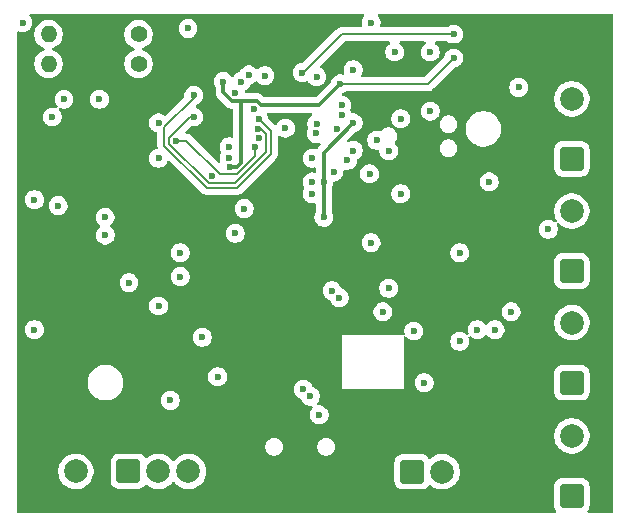
<source format=gbr>
%TF.GenerationSoftware,KiCad,Pcbnew,9.0.1*%
%TF.CreationDate,2025-10-26T21:15:07-04:00*%
%TF.ProjectId,Drone-Flight-Controller,44726f6e-652d-4466-9c69-6768742d436f,rev?*%
%TF.SameCoordinates,Original*%
%TF.FileFunction,Copper,L2,Inr*%
%TF.FilePolarity,Positive*%
%FSLAX46Y46*%
G04 Gerber Fmt 4.6, Leading zero omitted, Abs format (unit mm)*
G04 Created by KiCad (PCBNEW 9.0.1) date 2025-10-26 21:15:07*
%MOMM*%
%LPD*%
G01*
G04 APERTURE LIST*
G04 Aperture macros list*
%AMRoundRect*
0 Rectangle with rounded corners*
0 $1 Rounding radius*
0 $2 $3 $4 $5 $6 $7 $8 $9 X,Y pos of 4 corners*
0 Add a 4 corners polygon primitive as box body*
4,1,4,$2,$3,$4,$5,$6,$7,$8,$9,$2,$3,0*
0 Add four circle primitives for the rounded corners*
1,1,$1+$1,$2,$3*
1,1,$1+$1,$4,$5*
1,1,$1+$1,$6,$7*
1,1,$1+$1,$8,$9*
0 Add four rect primitives between the rounded corners*
20,1,$1+$1,$2,$3,$4,$5,0*
20,1,$1+$1,$4,$5,$6,$7,0*
20,1,$1+$1,$6,$7,$8,$9,0*
20,1,$1+$1,$8,$9,$2,$3,0*%
G04 Aperture macros list end*
%TA.AperFunction,ComponentPad*%
%ADD10RoundRect,0.250000X-0.750000X-0.750000X0.750000X-0.750000X0.750000X0.750000X-0.750000X0.750000X0*%
%TD*%
%TA.AperFunction,ComponentPad*%
%ADD11C,2.000000*%
%TD*%
%TA.AperFunction,ComponentPad*%
%ADD12RoundRect,0.250000X0.750000X-0.750000X0.750000X0.750000X-0.750000X0.750000X-0.750000X-0.750000X0*%
%TD*%
%TA.AperFunction,ComponentPad*%
%ADD13C,1.400000*%
%TD*%
%TA.AperFunction,ComponentPad*%
%ADD14O,1.400000X1.400000*%
%TD*%
%TA.AperFunction,ViaPad*%
%ADD15C,0.600000*%
%TD*%
%TA.AperFunction,Conductor*%
%ADD16C,0.200000*%
%TD*%
%TA.AperFunction,Conductor*%
%ADD17C,0.300000*%
%TD*%
G04 APERTURE END LIST*
D10*
%TO.N,+5V*%
%TO.C,J7*%
X19960000Y-70000000D03*
D11*
%TO.N,GND*%
X22500000Y-70000000D03*
%TD*%
D12*
%TO.N,GND*%
%TO.C,J3*%
X64500000Y-72080000D03*
D11*
%TO.N,+5V*%
X64500000Y-69540000D03*
%TO.N,PWM_0*%
X64500000Y-67000000D03*
%TD*%
D13*
%TO.N,+3.3V*%
%TO.C,R9*%
X27810000Y-33000000D03*
D14*
%TO.N,IMU_SDA*%
X20190000Y-33000000D03*
%TD*%
D12*
%TO.N,GND*%
%TO.C,J4*%
X64500000Y-62500000D03*
D11*
%TO.N,+5V*%
X64500000Y-59960000D03*
%TO.N,PWM_1*%
X64500000Y-57420000D03*
%TD*%
D13*
%TO.N,+3.3V*%
%TO.C,R8*%
X27810000Y-35500000D03*
D14*
%TO.N,IMU_SCL*%
X20190000Y-35500000D03*
%TD*%
D12*
%TO.N,GND*%
%TO.C,J5*%
X64500000Y-53045000D03*
D11*
%TO.N,+5V*%
X64500000Y-50505000D03*
%TO.N,PWM_2*%
X64500000Y-47965000D03*
%TD*%
D10*
%TO.N,+12V*%
%TO.C,J1*%
X50975000Y-70037500D03*
D11*
%TO.N,GND*%
X53515000Y-70037500D03*
%TD*%
D12*
%TO.N,GND*%
%TO.C,J6*%
X64500000Y-43540000D03*
D11*
%TO.N,+5V*%
X64500000Y-41000000D03*
%TO.N,PWM_3*%
X64500000Y-38460000D03*
%TD*%
D10*
%TO.N,GND*%
%TO.C,J8*%
X26955000Y-70000000D03*
D11*
%TO.N,UART_RX*%
X29495000Y-70000000D03*
%TO.N,UART_TX*%
X32035000Y-70000000D03*
%TD*%
D15*
%TO.N,GND*%
X40250000Y-40937500D03*
X62500000Y-49500000D03*
X60000000Y-37500000D03*
X32000000Y-32500000D03*
X18000000Y-32000000D03*
X19000000Y-47000000D03*
X19000000Y-58000000D03*
X30500000Y-64000000D03*
X55000000Y-51500000D03*
X58000000Y-58000000D03*
X48500000Y-56500000D03*
X49000000Y-54500000D03*
X50000000Y-46500000D03*
X57500000Y-45500000D03*
X52500000Y-34500000D03*
X47500000Y-32000000D03*
X56500000Y-58000000D03*
%TO.N,PWM_1*%
X59350000Y-56500000D03*
%TO.N,+3.3V*%
X54500000Y-35000000D03*
%TO.N,+5V*%
X54500000Y-34000000D03*
%TO.N,LED_STATUS*%
X41687238Y-36236500D03*
X54500000Y-33000000D03*
%TO.N,+3.3V*%
X46000000Y-40500000D03*
%TO.N,BOOT0*%
X44582210Y-40982448D03*
%TO.N,GND*%
X35497067Y-43462424D03*
%TO.N,Net-(U3-PC13)*%
X49500000Y-34500000D03*
X42884658Y-36589685D03*
%TO.N,Net-(U3-PB0)*%
X32500000Y-38150000D03*
X37999998Y-40210418D03*
%TO.N,Net-(U3-PB1)*%
X37899899Y-41004133D03*
X32500000Y-40000000D03*
%TO.N,Net-(U3-PB10)*%
X31000000Y-42000000D03*
X37695175Y-42537500D03*
%TO.N,Net-(U3-PB2)*%
X38000001Y-41797848D03*
X34000000Y-45000000D03*
%TO.N,Net-(U3-PA15)*%
X42498968Y-43487500D03*
X44358398Y-44656414D03*
%TO.N,+3.3V*%
X31350000Y-51500000D03*
X31350000Y-53512500D03*
%TO.N,+12V*%
X52000000Y-62500000D03*
X55000000Y-59000000D03*
%TO.N,+3.3V*%
X35559329Y-44260000D03*
X35000000Y-37000000D03*
X44886779Y-37198000D03*
%TO.N,GND*%
X47370607Y-44815403D03*
%TO.N,+3.3V*%
X43500000Y-48500000D03*
%TO.N,SWCLK*%
X47969184Y-41968072D03*
%TO.N,SWDIO*%
X50000000Y-40150000D03*
%TO.N,GND*%
X29500000Y-56000000D03*
%TO.N,BATVOLTAGE_SCL*%
X36750000Y-47750000D03*
X36000000Y-49850000D03*
%TO.N,GND*%
X21000000Y-47500000D03*
%TO.N,BAROMETER_SCK*%
X25000000Y-50000000D03*
X37597521Y-39300999D03*
%TO.N,GND*%
X47500000Y-50637500D03*
%TO.N,+5V*%
X47500000Y-48362500D03*
%TO.N,USB_CONN_D-*%
X41751021Y-63050008D03*
%TO.N,USB_CONN_D+*%
X42352063Y-63651050D03*
%TO.N,USB_CONN_D-*%
X44199479Y-54699479D03*
%TO.N,USB_CONN_D+*%
X44800521Y-55300521D03*
%TO.N,UART_RX*%
X42891886Y-40558147D03*
%TO.N,UART_TX*%
X42848644Y-41393272D03*
%TO.N,GND*%
X51112500Y-58120000D03*
X34500000Y-62000000D03*
X33200000Y-58650000D03*
X20500000Y-40000000D03*
X29500000Y-40500000D03*
X29500000Y-43500000D03*
X24500000Y-38500000D03*
X21500000Y-38500000D03*
%TO.N,IMU_SCL*%
X45002764Y-39809031D03*
%TO.N,IMU_SDA*%
X45000000Y-39000000D03*
%TO.N,SWDIO*%
X42500000Y-46500000D03*
%TO.N,SWO*%
X46000000Y-42837500D03*
X52500000Y-39500000D03*
%TO.N,SWCLK*%
X45495020Y-43664403D03*
%TO.N,GND*%
X46000000Y-36000000D03*
%TO.N,+5V*%
X39900000Y-65225000D03*
%TO.N,GND*%
X43100000Y-65225000D03*
%TO.N,PWM_3*%
X36000000Y-38000000D03*
%TO.N,PWM_2*%
X36500000Y-37000000D03*
%TO.N,PWM_1*%
X37150000Y-36434313D03*
%TO.N,PWM_0*%
X38500000Y-36500000D03*
%TO.N,GND*%
X27000000Y-54025000D03*
X42520000Y-45500000D03*
X24978500Y-48478500D03*
%TO.N,+3.3V*%
X43480000Y-45500000D03*
%TO.N,+5V*%
X42500000Y-59750000D03*
X41750000Y-60500000D03*
X41000000Y-59750000D03*
X40000000Y-60500000D03*
X41750000Y-59000000D03*
X40000000Y-62000000D03*
X40000000Y-63500000D03*
X43000000Y-62000000D03*
X41750000Y-62000000D03*
X42500000Y-61250000D03*
X43000000Y-59000000D03*
X40000000Y-59000000D03*
X41000000Y-61250000D03*
%TO.N,Net-(U3-VCAP1)*%
X35500000Y-42520000D03*
%TO.N,+3.3V*%
X49000000Y-42850000D03*
%TD*%
D16*
%TO.N,+3.3V*%
X52302000Y-37198000D02*
X44886779Y-37198000D01*
X54500000Y-35000000D02*
X52302000Y-37198000D01*
%TO.N,LED_STATUS*%
X45000000Y-33000000D02*
X54500000Y-33000000D01*
X41763500Y-36236500D02*
X45000000Y-33000000D01*
X41687238Y-36236500D02*
X41763500Y-36236500D01*
D17*
%TO.N,+3.3V*%
X43480000Y-43020000D02*
X46000000Y-40500000D01*
X43480000Y-45500000D02*
X43480000Y-43020000D01*
X38217176Y-39000000D02*
X43084779Y-39000000D01*
X43084779Y-39000000D02*
X44886779Y-37198000D01*
X37867175Y-38649999D02*
X38217176Y-39000000D01*
X37866174Y-38651000D02*
X37867175Y-38649999D01*
X36500000Y-38651000D02*
X37866174Y-38651000D01*
D16*
%TO.N,Net-(U3-PB0)*%
X32500000Y-38349943D02*
X32500000Y-38150000D01*
X39001998Y-43142252D02*
X36142250Y-46002000D01*
X36142250Y-46002000D02*
X33584957Y-46002000D01*
X29998000Y-42415043D02*
X29998000Y-40851943D01*
X29998000Y-40851943D02*
X32500000Y-38349943D01*
X39001998Y-41212418D02*
X39001998Y-43142252D01*
X37999998Y-40210418D02*
X39001998Y-41212418D01*
X33584957Y-46002000D02*
X29998000Y-42415043D01*
D17*
%TO.N,+3.3V*%
X36500000Y-40500000D02*
X36500000Y-38651000D01*
D16*
%TO.N,Net-(U3-PB1)*%
X30399000Y-41751057D02*
X32150057Y-40000000D01*
X30399000Y-42248943D02*
X30399000Y-41751057D01*
X38048298Y-40885857D02*
X38600998Y-41438557D01*
X32150057Y-40000000D02*
X32500000Y-40000000D01*
X38018175Y-40885857D02*
X38048298Y-40885857D01*
X38600998Y-42976152D02*
X35976150Y-45601000D01*
X37899899Y-41004133D02*
X38018175Y-40885857D01*
X38600998Y-41438557D02*
X38600998Y-42976152D01*
X33751057Y-45601000D02*
X30399000Y-42248943D01*
X35976150Y-45601000D02*
X33751057Y-45601000D01*
%TO.N,Net-(U3-PB10)*%
X31849943Y-42000000D02*
X31000000Y-42000000D01*
X34710943Y-44861000D02*
X31849943Y-42000000D01*
X36149050Y-44861000D02*
X34710943Y-44861000D01*
X37695175Y-42537500D02*
X37691083Y-42537500D01*
X37677342Y-43332708D02*
X36149050Y-44861000D01*
X37691083Y-42537500D02*
X37677342Y-42551241D01*
X37677342Y-42551241D02*
X37677342Y-43332708D01*
D17*
%TO.N,+3.3V*%
X36500000Y-43872240D02*
X36500000Y-40500000D01*
X36112240Y-44260000D02*
X36500000Y-43872240D01*
X35559329Y-44260000D02*
X36112240Y-44260000D01*
X36500000Y-38651000D02*
X35730346Y-38651000D01*
X35000000Y-37920654D02*
X35000000Y-37000000D01*
X35730346Y-38651000D02*
X35000000Y-37920654D01*
X43500000Y-45520000D02*
X43500000Y-48500000D01*
X43480000Y-45500000D02*
X43500000Y-45520000D01*
%TD*%
%TA.AperFunction,Conductor*%
%TO.N,+5V*%
G36*
X46885098Y-31270185D02*
G01*
X46930853Y-31322989D01*
X46940797Y-31392147D01*
X46911772Y-31455703D01*
X46905740Y-31462181D01*
X46878213Y-31489707D01*
X46878210Y-31489711D01*
X46790609Y-31620814D01*
X46790602Y-31620827D01*
X46730264Y-31766498D01*
X46730261Y-31766510D01*
X46699500Y-31921153D01*
X46699500Y-32078846D01*
X46730261Y-32233489D01*
X46732031Y-32239324D01*
X46729279Y-32240158D01*
X46735503Y-32297359D01*
X46704309Y-32359878D01*
X46644266Y-32395608D01*
X46613445Y-32399500D01*
X45079057Y-32399500D01*
X44920942Y-32399500D01*
X44768215Y-32440423D01*
X44744425Y-32454158D01*
X44738050Y-32457839D01*
X44738049Y-32457838D01*
X44631287Y-32519477D01*
X44631282Y-32519481D01*
X44571922Y-32578842D01*
X44519480Y-32631284D01*
X44519478Y-32631286D01*
X43124005Y-34026760D01*
X41751084Y-35399681D01*
X41689761Y-35433166D01*
X41663403Y-35436000D01*
X41608393Y-35436000D01*
X41453748Y-35466761D01*
X41453736Y-35466764D01*
X41308065Y-35527102D01*
X41308052Y-35527109D01*
X41176949Y-35614710D01*
X41176945Y-35614713D01*
X41065451Y-35726207D01*
X41065448Y-35726211D01*
X40977847Y-35857314D01*
X40977840Y-35857327D01*
X40917502Y-36002998D01*
X40917499Y-36003010D01*
X40886738Y-36157653D01*
X40886738Y-36315346D01*
X40917499Y-36469989D01*
X40917502Y-36470001D01*
X40977840Y-36615672D01*
X40977847Y-36615685D01*
X41065448Y-36746788D01*
X41065451Y-36746792D01*
X41176945Y-36858286D01*
X41176949Y-36858289D01*
X41308052Y-36945890D01*
X41308065Y-36945897D01*
X41453736Y-37006235D01*
X41453741Y-37006237D01*
X41581143Y-37031579D01*
X41608391Y-37036999D01*
X41608394Y-37037000D01*
X41608396Y-37037000D01*
X41766082Y-37037000D01*
X41766083Y-37036999D01*
X41920735Y-37006237D01*
X42045630Y-36954503D01*
X42115099Y-36947035D01*
X42177578Y-36978310D01*
X42196184Y-37000174D01*
X42262868Y-37099973D01*
X42262871Y-37099977D01*
X42374365Y-37211471D01*
X42374369Y-37211474D01*
X42505472Y-37299075D01*
X42505485Y-37299082D01*
X42573816Y-37327385D01*
X42651161Y-37359422D01*
X42805811Y-37390184D01*
X42805814Y-37390185D01*
X42805816Y-37390185D01*
X42963502Y-37390185D01*
X42963503Y-37390184D01*
X43118155Y-37359422D01*
X43230824Y-37312752D01*
X43263830Y-37299082D01*
X43263830Y-37299081D01*
X43263837Y-37299079D01*
X43394947Y-37211474D01*
X43506447Y-37099974D01*
X43594052Y-36968864D01*
X43595861Y-36964498D01*
X43631203Y-36879172D01*
X43654395Y-36823182D01*
X43685158Y-36668527D01*
X43685158Y-36510843D01*
X43685158Y-36510840D01*
X43685157Y-36510838D01*
X43685048Y-36510289D01*
X43654395Y-36356188D01*
X43637476Y-36315342D01*
X43594055Y-36210512D01*
X43594048Y-36210499D01*
X43506447Y-36079396D01*
X43506444Y-36079392D01*
X43394950Y-35967898D01*
X43394946Y-35967895D01*
X43263843Y-35880294D01*
X43263834Y-35880289D01*
X43226767Y-35864936D01*
X43172364Y-35821095D01*
X43150299Y-35754801D01*
X43167578Y-35687102D01*
X43186535Y-35662698D01*
X45212416Y-33636819D01*
X45273739Y-33603334D01*
X45300097Y-33600500D01*
X48996561Y-33600500D01*
X49063600Y-33620185D01*
X49109355Y-33672989D01*
X49119299Y-33742147D01*
X49090274Y-33805703D01*
X49065452Y-33827602D01*
X48989711Y-33878210D01*
X48989707Y-33878213D01*
X48878213Y-33989707D01*
X48878210Y-33989711D01*
X48790609Y-34120814D01*
X48790602Y-34120827D01*
X48730264Y-34266498D01*
X48730261Y-34266510D01*
X48699500Y-34421153D01*
X48699500Y-34578846D01*
X48730261Y-34733489D01*
X48730264Y-34733501D01*
X48790602Y-34879172D01*
X48790609Y-34879185D01*
X48878210Y-35010288D01*
X48878213Y-35010292D01*
X48989707Y-35121786D01*
X48989711Y-35121789D01*
X49120814Y-35209390D01*
X49120827Y-35209397D01*
X49266498Y-35269735D01*
X49266503Y-35269737D01*
X49421153Y-35300499D01*
X49421156Y-35300500D01*
X49421158Y-35300500D01*
X49578844Y-35300500D01*
X49578845Y-35300499D01*
X49733497Y-35269737D01*
X49879179Y-35209394D01*
X50010289Y-35121789D01*
X50121789Y-35010289D01*
X50209394Y-34879179D01*
X50269737Y-34733497D01*
X50300500Y-34578842D01*
X50300500Y-34421158D01*
X50300500Y-34421155D01*
X50300499Y-34421153D01*
X50289912Y-34367931D01*
X50269737Y-34266503D01*
X50257047Y-34235866D01*
X50209397Y-34120827D01*
X50209390Y-34120814D01*
X50121789Y-33989711D01*
X50121786Y-33989707D01*
X50010292Y-33878213D01*
X50010288Y-33878210D01*
X49934548Y-33827602D01*
X49889743Y-33773990D01*
X49881036Y-33704665D01*
X49911190Y-33641637D01*
X49970634Y-33604918D01*
X50003439Y-33600500D01*
X51996561Y-33600500D01*
X52063600Y-33620185D01*
X52109355Y-33672989D01*
X52119299Y-33742147D01*
X52090274Y-33805703D01*
X52065452Y-33827602D01*
X51989711Y-33878210D01*
X51989707Y-33878213D01*
X51878213Y-33989707D01*
X51878210Y-33989711D01*
X51790609Y-34120814D01*
X51790602Y-34120827D01*
X51730264Y-34266498D01*
X51730261Y-34266510D01*
X51699500Y-34421153D01*
X51699500Y-34578846D01*
X51730261Y-34733489D01*
X51730264Y-34733501D01*
X51790602Y-34879172D01*
X51790609Y-34879185D01*
X51878210Y-35010288D01*
X51878213Y-35010292D01*
X51989707Y-35121786D01*
X51989711Y-35121789D01*
X52120814Y-35209390D01*
X52120827Y-35209397D01*
X52266498Y-35269735D01*
X52266503Y-35269737D01*
X52421153Y-35300499D01*
X52421156Y-35300500D01*
X52421158Y-35300500D01*
X52578844Y-35300500D01*
X52578845Y-35300499D01*
X52733497Y-35269737D01*
X52879179Y-35209394D01*
X53010289Y-35121789D01*
X53121789Y-35010289D01*
X53209394Y-34879179D01*
X53269737Y-34733497D01*
X53300500Y-34578842D01*
X53300500Y-34421158D01*
X53300500Y-34421155D01*
X53300499Y-34421153D01*
X53289912Y-34367931D01*
X53269737Y-34266503D01*
X53257047Y-34235866D01*
X53209397Y-34120827D01*
X53209390Y-34120814D01*
X53121789Y-33989711D01*
X53121786Y-33989707D01*
X53010292Y-33878213D01*
X53010288Y-33878210D01*
X52934548Y-33827602D01*
X52889743Y-33773990D01*
X52881036Y-33704665D01*
X52911190Y-33641637D01*
X52970634Y-33604918D01*
X53003439Y-33600500D01*
X53920234Y-33600500D01*
X53987273Y-33620185D01*
X53989125Y-33621398D01*
X54120814Y-33709390D01*
X54120827Y-33709397D01*
X54199894Y-33742147D01*
X54266503Y-33769737D01*
X54371418Y-33790606D01*
X54421153Y-33800499D01*
X54421156Y-33800500D01*
X54421158Y-33800500D01*
X54578844Y-33800500D01*
X54578845Y-33800499D01*
X54733497Y-33769737D01*
X54879179Y-33709394D01*
X55010289Y-33621789D01*
X55121789Y-33510289D01*
X55209394Y-33379179D01*
X55269737Y-33233497D01*
X55300500Y-33078842D01*
X55300500Y-32921158D01*
X55300500Y-32921155D01*
X55300499Y-32921153D01*
X55276499Y-32800499D01*
X55269737Y-32766503D01*
X55256062Y-32733489D01*
X55209397Y-32620827D01*
X55209390Y-32620814D01*
X55121789Y-32489711D01*
X55121786Y-32489707D01*
X55010292Y-32378213D01*
X55010288Y-32378210D01*
X54879185Y-32290609D01*
X54879172Y-32290602D01*
X54733501Y-32230264D01*
X54733489Y-32230261D01*
X54578845Y-32199500D01*
X54578842Y-32199500D01*
X54421158Y-32199500D01*
X54421155Y-32199500D01*
X54266510Y-32230261D01*
X54266498Y-32230264D01*
X54120827Y-32290602D01*
X54120814Y-32290609D01*
X53989125Y-32378602D01*
X53922447Y-32399480D01*
X53920234Y-32399500D01*
X48386555Y-32399500D01*
X48319516Y-32379815D01*
X48273761Y-32327011D01*
X48263817Y-32257853D01*
X48268840Y-32239588D01*
X48267969Y-32239324D01*
X48269731Y-32233509D01*
X48269737Y-32233497D01*
X48300500Y-32078842D01*
X48300500Y-31921158D01*
X48300500Y-31921155D01*
X48300499Y-31921153D01*
X48282180Y-31829059D01*
X48269737Y-31766503D01*
X48269735Y-31766498D01*
X48209397Y-31620827D01*
X48209390Y-31620814D01*
X48121789Y-31489711D01*
X48121786Y-31489707D01*
X48094260Y-31462181D01*
X48060775Y-31400858D01*
X48065759Y-31331166D01*
X48107631Y-31275233D01*
X48173095Y-31250816D01*
X48181941Y-31250500D01*
X67875500Y-31250500D01*
X67942539Y-31270185D01*
X67988294Y-31322989D01*
X67999500Y-31374500D01*
X67999500Y-73375500D01*
X67979815Y-73442539D01*
X67927011Y-73488294D01*
X67875500Y-73499500D01*
X65940031Y-73499500D01*
X65872992Y-73479815D01*
X65827237Y-73427011D01*
X65817293Y-73357853D01*
X65839847Y-73305375D01*
X65838920Y-73304803D01*
X65842710Y-73298657D01*
X65842712Y-73298656D01*
X65934814Y-73149334D01*
X65989999Y-72982797D01*
X66000500Y-72880009D01*
X66000499Y-71279992D01*
X65994233Y-71218656D01*
X65989999Y-71177203D01*
X65989998Y-71177200D01*
X65977750Y-71140238D01*
X65934814Y-71010666D01*
X65842712Y-70861344D01*
X65718656Y-70737288D01*
X65569334Y-70645186D01*
X65402797Y-70590001D01*
X65402795Y-70590000D01*
X65300010Y-70579500D01*
X63699998Y-70579500D01*
X63699981Y-70579501D01*
X63597203Y-70590000D01*
X63597200Y-70590001D01*
X63430668Y-70645185D01*
X63430663Y-70645187D01*
X63281342Y-70737289D01*
X63157289Y-70861342D01*
X63065187Y-71010663D01*
X63065185Y-71010668D01*
X63063746Y-71015011D01*
X63010001Y-71177203D01*
X63010001Y-71177204D01*
X63010000Y-71177204D01*
X62999500Y-71279983D01*
X62999500Y-72880001D01*
X62999501Y-72880018D01*
X63010000Y-72982796D01*
X63010001Y-72982799D01*
X63065185Y-73149331D01*
X63065187Y-73149336D01*
X63161080Y-73304803D01*
X63160008Y-73305463D01*
X63183376Y-73363385D01*
X63170335Y-73432027D01*
X63122254Y-73482722D01*
X63059969Y-73499500D01*
X17624500Y-73499500D01*
X17557461Y-73479815D01*
X17511706Y-73427011D01*
X17500500Y-73375500D01*
X17500500Y-69881902D01*
X20999500Y-69881902D01*
X20999500Y-70118097D01*
X21036446Y-70351368D01*
X21109433Y-70575996D01*
X21191616Y-70737288D01*
X21216657Y-70786433D01*
X21355483Y-70977510D01*
X21522490Y-71144517D01*
X21713567Y-71283343D01*
X21787163Y-71320842D01*
X21924003Y-71390566D01*
X21924005Y-71390566D01*
X21924008Y-71390568D01*
X22039415Y-71428066D01*
X22148631Y-71463553D01*
X22381903Y-71500500D01*
X22381908Y-71500500D01*
X22618097Y-71500500D01*
X22851368Y-71463553D01*
X23075992Y-71390568D01*
X23286433Y-71283343D01*
X23477510Y-71144517D01*
X23644517Y-70977510D01*
X23783343Y-70786433D01*
X23890568Y-70575992D01*
X23963553Y-70351368D01*
X24000500Y-70118097D01*
X24000500Y-69881902D01*
X23963553Y-69648631D01*
X23929689Y-69544412D01*
X23890568Y-69424008D01*
X23890566Y-69424005D01*
X23890566Y-69424003D01*
X23803501Y-69253129D01*
X23803500Y-69253125D01*
X23783346Y-69213571D01*
X23773474Y-69199983D01*
X25454500Y-69199983D01*
X25454500Y-70800001D01*
X25454501Y-70800018D01*
X25465000Y-70902796D01*
X25465001Y-70902799D01*
X25489759Y-70977512D01*
X25520186Y-71069334D01*
X25612288Y-71218656D01*
X25736344Y-71342712D01*
X25885666Y-71434814D01*
X26052203Y-71489999D01*
X26154991Y-71500500D01*
X27755008Y-71500499D01*
X27857797Y-71489999D01*
X28024334Y-71434814D01*
X28173656Y-71342712D01*
X28297712Y-71218656D01*
X28327512Y-71170341D01*
X28379458Y-71123618D01*
X28448420Y-71112395D01*
X28512503Y-71140238D01*
X28513758Y-71141385D01*
X28513786Y-71141353D01*
X28517481Y-71144508D01*
X28517490Y-71144517D01*
X28708567Y-71283343D01*
X28782163Y-71320842D01*
X28919003Y-71390566D01*
X28919005Y-71390566D01*
X28919008Y-71390568D01*
X29034415Y-71428066D01*
X29143631Y-71463553D01*
X29376903Y-71500500D01*
X29376908Y-71500500D01*
X29613097Y-71500500D01*
X29846368Y-71463553D01*
X30070992Y-71390568D01*
X30281433Y-71283343D01*
X30472510Y-71144517D01*
X30639517Y-70977510D01*
X30664682Y-70942872D01*
X30720011Y-70900207D01*
X30789625Y-70894228D01*
X30851420Y-70926833D01*
X30865315Y-70942870D01*
X30890483Y-70977510D01*
X31057490Y-71144517D01*
X31248567Y-71283343D01*
X31322163Y-71320842D01*
X31459003Y-71390566D01*
X31459005Y-71390566D01*
X31459008Y-71390568D01*
X31574415Y-71428066D01*
X31683631Y-71463553D01*
X31916903Y-71500500D01*
X31916908Y-71500500D01*
X32153097Y-71500500D01*
X32386368Y-71463553D01*
X32610992Y-71390568D01*
X32821433Y-71283343D01*
X33012510Y-71144517D01*
X33179517Y-70977510D01*
X33318343Y-70786433D01*
X33425568Y-70575992D01*
X33498553Y-70351368D01*
X33535500Y-70118097D01*
X33535500Y-69881902D01*
X33498553Y-69648631D01*
X33464689Y-69544412D01*
X33425568Y-69424008D01*
X33425566Y-69424005D01*
X33425566Y-69424003D01*
X33357608Y-69290629D01*
X33337450Y-69251067D01*
X33330529Y-69237483D01*
X49474500Y-69237483D01*
X49474500Y-70837501D01*
X49474501Y-70837518D01*
X49485000Y-70940296D01*
X49485001Y-70940299D01*
X49527121Y-71067406D01*
X49540186Y-71106834D01*
X49632288Y-71256156D01*
X49756344Y-71380212D01*
X49905666Y-71472314D01*
X50072203Y-71527499D01*
X50174991Y-71538000D01*
X51775008Y-71537999D01*
X51877797Y-71527499D01*
X52044334Y-71472314D01*
X52193656Y-71380212D01*
X52317712Y-71256156D01*
X52347512Y-71207841D01*
X52399458Y-71161118D01*
X52468420Y-71149895D01*
X52532503Y-71177738D01*
X52533758Y-71178885D01*
X52533786Y-71178853D01*
X52537481Y-71182008D01*
X52537490Y-71182017D01*
X52728567Y-71320843D01*
X52827991Y-71371502D01*
X52939003Y-71428066D01*
X52939005Y-71428066D01*
X52939008Y-71428068D01*
X53048219Y-71463553D01*
X53163631Y-71501053D01*
X53396903Y-71538000D01*
X53396908Y-71538000D01*
X53633097Y-71538000D01*
X53866368Y-71501053D01*
X53868076Y-71500498D01*
X54090992Y-71428068D01*
X54301433Y-71320843D01*
X54492510Y-71182017D01*
X54659517Y-71015010D01*
X54798343Y-70823933D01*
X54905568Y-70613492D01*
X54978553Y-70388868D01*
X54984492Y-70351368D01*
X55015500Y-70155597D01*
X55015500Y-69919402D01*
X54978553Y-69686131D01*
X54905566Y-69461503D01*
X54818501Y-69290629D01*
X54798343Y-69251067D01*
X54659517Y-69059990D01*
X54492510Y-68892983D01*
X54301433Y-68754157D01*
X54090996Y-68646933D01*
X53866368Y-68573946D01*
X53633097Y-68537000D01*
X53633092Y-68537000D01*
X53396908Y-68537000D01*
X53396903Y-68537000D01*
X53163631Y-68573946D01*
X52939003Y-68646933D01*
X52728566Y-68754157D01*
X52639533Y-68818844D01*
X52537490Y-68892983D01*
X52537488Y-68892985D01*
X52533786Y-68896147D01*
X52532305Y-68894413D01*
X52479110Y-68923291D01*
X52409431Y-68918135D01*
X52353601Y-68876126D01*
X52347511Y-68867156D01*
X52340311Y-68855483D01*
X52317712Y-68818844D01*
X52193656Y-68694788D01*
X52044334Y-68602686D01*
X51877797Y-68547501D01*
X51877795Y-68547500D01*
X51775010Y-68537000D01*
X50174998Y-68537000D01*
X50174981Y-68537001D01*
X50072203Y-68547500D01*
X50072200Y-68547501D01*
X49905668Y-68602685D01*
X49905663Y-68602687D01*
X49756342Y-68694789D01*
X49632289Y-68818842D01*
X49540187Y-68968163D01*
X49540186Y-68968166D01*
X49485001Y-69134703D01*
X49485001Y-69134704D01*
X49485000Y-69134704D01*
X49474500Y-69237483D01*
X33330529Y-69237483D01*
X33318343Y-69213567D01*
X33179517Y-69022490D01*
X33012510Y-68855483D01*
X32821433Y-68716657D01*
X32778513Y-68694788D01*
X32610996Y-68609433D01*
X32386368Y-68536446D01*
X32153097Y-68499500D01*
X32153092Y-68499500D01*
X31916908Y-68499500D01*
X31916903Y-68499500D01*
X31683631Y-68536446D01*
X31459003Y-68609433D01*
X31248566Y-68716657D01*
X31159533Y-68781344D01*
X31057490Y-68855483D01*
X31057488Y-68855485D01*
X31057487Y-68855485D01*
X30890484Y-69022488D01*
X30865318Y-69057127D01*
X30809987Y-69099792D01*
X30740374Y-69105771D01*
X30678579Y-69073165D01*
X30664682Y-69057127D01*
X30639517Y-69022490D01*
X30472510Y-68855483D01*
X30281433Y-68716657D01*
X30238513Y-68694788D01*
X30070996Y-68609433D01*
X29846368Y-68536446D01*
X29613097Y-68499500D01*
X29613092Y-68499500D01*
X29376908Y-68499500D01*
X29376903Y-68499500D01*
X29143631Y-68536446D01*
X28919003Y-68609433D01*
X28708566Y-68716657D01*
X28619533Y-68781344D01*
X28517490Y-68855483D01*
X28517488Y-68855485D01*
X28513786Y-68858647D01*
X28512305Y-68856913D01*
X28459110Y-68885791D01*
X28389431Y-68880635D01*
X28333601Y-68838626D01*
X28327511Y-68829656D01*
X28320841Y-68818842D01*
X28297712Y-68781344D01*
X28173656Y-68657288D01*
X28038538Y-68573947D01*
X28024336Y-68565187D01*
X28024331Y-68565185D01*
X27970961Y-68547500D01*
X27857797Y-68510001D01*
X27857795Y-68510000D01*
X27755010Y-68499500D01*
X26154998Y-68499500D01*
X26154981Y-68499501D01*
X26052203Y-68510000D01*
X26052200Y-68510001D01*
X25885668Y-68565185D01*
X25885663Y-68565187D01*
X25736342Y-68657289D01*
X25612289Y-68781342D01*
X25520187Y-68930663D01*
X25520186Y-68930666D01*
X25465001Y-69097203D01*
X25465001Y-69097204D01*
X25465000Y-69097204D01*
X25454500Y-69199983D01*
X23773474Y-69199983D01*
X23726045Y-69134704D01*
X23644517Y-69022490D01*
X23477510Y-68855483D01*
X23286433Y-68716657D01*
X23243513Y-68694788D01*
X23075996Y-68609433D01*
X22851368Y-68536446D01*
X22618097Y-68499500D01*
X22618092Y-68499500D01*
X22381908Y-68499500D01*
X22381903Y-68499500D01*
X22148631Y-68536446D01*
X21924003Y-68609433D01*
X21713566Y-68716657D01*
X21624533Y-68781344D01*
X21522490Y-68855483D01*
X21522488Y-68855485D01*
X21522487Y-68855485D01*
X21355485Y-69022487D01*
X21355485Y-69022488D01*
X21355483Y-69022490D01*
X21301201Y-69097203D01*
X21216657Y-69213566D01*
X21109433Y-69424003D01*
X21036446Y-69648631D01*
X20999500Y-69881902D01*
X17500500Y-69881902D01*
X17500500Y-67998920D01*
X38549499Y-67998920D01*
X38578340Y-68143907D01*
X38578343Y-68143917D01*
X38634912Y-68280488D01*
X38634919Y-68280501D01*
X38717048Y-68403415D01*
X38717051Y-68403419D01*
X38821580Y-68507948D01*
X38821584Y-68507951D01*
X38944498Y-68590080D01*
X38944511Y-68590087D01*
X39081082Y-68646656D01*
X39081087Y-68646658D01*
X39081091Y-68646658D01*
X39081092Y-68646659D01*
X39226079Y-68675500D01*
X39226082Y-68675500D01*
X39373920Y-68675500D01*
X39471462Y-68656096D01*
X39518913Y-68646658D01*
X39655495Y-68590084D01*
X39778416Y-68507951D01*
X39882951Y-68403416D01*
X39965084Y-68280495D01*
X40021658Y-68143913D01*
X40050500Y-67998920D01*
X42949499Y-67998920D01*
X42978340Y-68143907D01*
X42978343Y-68143917D01*
X43034912Y-68280488D01*
X43034919Y-68280501D01*
X43117048Y-68403415D01*
X43117051Y-68403419D01*
X43221580Y-68507948D01*
X43221584Y-68507951D01*
X43344498Y-68590080D01*
X43344511Y-68590087D01*
X43481082Y-68646656D01*
X43481087Y-68646658D01*
X43481091Y-68646658D01*
X43481092Y-68646659D01*
X43626079Y-68675500D01*
X43626082Y-68675500D01*
X43773920Y-68675500D01*
X43871462Y-68656096D01*
X43918913Y-68646658D01*
X44055495Y-68590084D01*
X44178416Y-68507951D01*
X44282951Y-68403416D01*
X44365084Y-68280495D01*
X44421658Y-68143913D01*
X44450500Y-67998918D01*
X44450500Y-67851082D01*
X44450500Y-67851079D01*
X44421659Y-67706092D01*
X44421658Y-67706091D01*
X44421658Y-67706087D01*
X44367771Y-67575992D01*
X44365087Y-67569511D01*
X44365080Y-67569498D01*
X44282951Y-67446584D01*
X44282948Y-67446580D01*
X44178419Y-67342051D01*
X44178415Y-67342048D01*
X44055501Y-67259919D01*
X44055488Y-67259912D01*
X43918917Y-67203343D01*
X43918907Y-67203340D01*
X43773920Y-67174500D01*
X43773918Y-67174500D01*
X43626082Y-67174500D01*
X43626080Y-67174500D01*
X43481092Y-67203340D01*
X43481082Y-67203343D01*
X43344511Y-67259912D01*
X43344498Y-67259919D01*
X43221584Y-67342048D01*
X43221580Y-67342051D01*
X43117051Y-67446580D01*
X43117048Y-67446584D01*
X43034919Y-67569498D01*
X43034912Y-67569511D01*
X42978343Y-67706082D01*
X42978340Y-67706092D01*
X42949500Y-67851079D01*
X42949500Y-67851082D01*
X42949500Y-67998918D01*
X42949500Y-67998920D01*
X42949499Y-67998920D01*
X40050500Y-67998920D01*
X40050500Y-67998918D01*
X40050500Y-67851082D01*
X40050500Y-67851079D01*
X40021659Y-67706092D01*
X40021658Y-67706091D01*
X40021658Y-67706087D01*
X39967771Y-67575992D01*
X39965087Y-67569511D01*
X39965080Y-67569498D01*
X39882951Y-67446584D01*
X39882948Y-67446580D01*
X39778419Y-67342051D01*
X39778415Y-67342048D01*
X39655501Y-67259919D01*
X39655488Y-67259912D01*
X39518917Y-67203343D01*
X39518907Y-67203340D01*
X39373920Y-67174500D01*
X39373918Y-67174500D01*
X39226082Y-67174500D01*
X39226080Y-67174500D01*
X39081092Y-67203340D01*
X39081082Y-67203343D01*
X38944511Y-67259912D01*
X38944498Y-67259919D01*
X38821584Y-67342048D01*
X38821580Y-67342051D01*
X38717051Y-67446580D01*
X38717048Y-67446584D01*
X38634919Y-67569498D01*
X38634912Y-67569511D01*
X38578343Y-67706082D01*
X38578340Y-67706092D01*
X38549500Y-67851079D01*
X38549500Y-67851082D01*
X38549500Y-67998918D01*
X38549500Y-67998920D01*
X38549499Y-67998920D01*
X17500500Y-67998920D01*
X17500500Y-66881902D01*
X62999500Y-66881902D01*
X62999500Y-67118097D01*
X63036446Y-67351368D01*
X63109433Y-67575996D01*
X63175721Y-67706092D01*
X63216657Y-67786433D01*
X63355483Y-67977510D01*
X63522490Y-68144517D01*
X63713567Y-68283343D01*
X63812991Y-68334002D01*
X63924003Y-68390566D01*
X63924005Y-68390566D01*
X63924008Y-68390568D01*
X64044412Y-68429689D01*
X64148631Y-68463553D01*
X64381903Y-68500500D01*
X64381908Y-68500500D01*
X64618097Y-68500500D01*
X64851368Y-68463553D01*
X65075992Y-68390568D01*
X65286433Y-68283343D01*
X65477510Y-68144517D01*
X65644517Y-67977510D01*
X65783343Y-67786433D01*
X65890568Y-67575992D01*
X65963553Y-67351368D01*
X65978037Y-67259919D01*
X66000500Y-67118097D01*
X66000500Y-66881902D01*
X65963553Y-66648631D01*
X65890566Y-66424003D01*
X65783342Y-66213566D01*
X65644517Y-66022490D01*
X65477510Y-65855483D01*
X65286433Y-65716657D01*
X65075996Y-65609433D01*
X64851368Y-65536446D01*
X64618097Y-65499500D01*
X64618092Y-65499500D01*
X64381908Y-65499500D01*
X64381903Y-65499500D01*
X64148631Y-65536446D01*
X63924003Y-65609433D01*
X63713566Y-65716657D01*
X63604550Y-65795862D01*
X63522490Y-65855483D01*
X63522488Y-65855485D01*
X63522487Y-65855485D01*
X63355485Y-66022487D01*
X63355485Y-66022488D01*
X63355483Y-66022490D01*
X63295862Y-66104550D01*
X63216657Y-66213566D01*
X63109433Y-66424003D01*
X63036446Y-66648631D01*
X62999500Y-66881902D01*
X17500500Y-66881902D01*
X17500500Y-62381902D01*
X23499500Y-62381902D01*
X23499500Y-62618097D01*
X23536446Y-62851368D01*
X23609433Y-63075996D01*
X23677405Y-63209397D01*
X23716657Y-63286433D01*
X23855483Y-63477510D01*
X24022490Y-63644517D01*
X24213567Y-63783343D01*
X24285010Y-63819745D01*
X24424003Y-63890566D01*
X24424005Y-63890566D01*
X24424008Y-63890568D01*
X24518139Y-63921153D01*
X24648631Y-63963553D01*
X24881903Y-64000500D01*
X24881908Y-64000500D01*
X25118097Y-64000500D01*
X25351368Y-63963553D01*
X25481861Y-63921153D01*
X29699500Y-63921153D01*
X29699500Y-64078846D01*
X29730261Y-64233489D01*
X29730264Y-64233501D01*
X29790602Y-64379172D01*
X29790609Y-64379185D01*
X29878210Y-64510288D01*
X29878213Y-64510292D01*
X29989707Y-64621786D01*
X29989711Y-64621789D01*
X30120814Y-64709390D01*
X30120827Y-64709397D01*
X30266498Y-64769735D01*
X30266503Y-64769737D01*
X30421153Y-64800499D01*
X30421156Y-64800500D01*
X30421158Y-64800500D01*
X30578844Y-64800500D01*
X30578845Y-64800499D01*
X30733497Y-64769737D01*
X30879179Y-64709394D01*
X31010289Y-64621789D01*
X31121789Y-64510289D01*
X31209394Y-64379179D01*
X31215949Y-64363355D01*
X31269735Y-64233501D01*
X31269737Y-64233497D01*
X31300500Y-64078842D01*
X31300500Y-63921158D01*
X31300500Y-63921155D01*
X31300499Y-63921153D01*
X31293218Y-63884551D01*
X31269737Y-63766503D01*
X31254573Y-63729894D01*
X31209397Y-63620827D01*
X31209390Y-63620814D01*
X31121789Y-63489711D01*
X31121786Y-63489707D01*
X31010292Y-63378213D01*
X31010288Y-63378210D01*
X30879185Y-63290609D01*
X30879172Y-63290602D01*
X30733501Y-63230264D01*
X30733489Y-63230261D01*
X30578845Y-63199500D01*
X30578842Y-63199500D01*
X30421158Y-63199500D01*
X30421155Y-63199500D01*
X30266510Y-63230261D01*
X30266498Y-63230264D01*
X30120827Y-63290602D01*
X30120814Y-63290609D01*
X29989711Y-63378210D01*
X29989707Y-63378213D01*
X29878213Y-63489707D01*
X29878210Y-63489711D01*
X29790609Y-63620814D01*
X29790602Y-63620827D01*
X29730264Y-63766498D01*
X29730261Y-63766510D01*
X29699500Y-63921153D01*
X25481861Y-63921153D01*
X25575992Y-63890568D01*
X25786433Y-63783343D01*
X25977510Y-63644517D01*
X26144517Y-63477510D01*
X26283343Y-63286433D01*
X26390568Y-63075992D01*
X26424630Y-62971161D01*
X40950521Y-62971161D01*
X40950521Y-63128854D01*
X40981282Y-63283497D01*
X40981285Y-63283509D01*
X41041623Y-63429180D01*
X41041630Y-63429193D01*
X41129231Y-63560296D01*
X41129234Y-63560300D01*
X41240728Y-63671794D01*
X41240732Y-63671797D01*
X41371835Y-63759398D01*
X41371848Y-63759405D01*
X41515892Y-63819069D01*
X41570296Y-63862909D01*
X41583001Y-63886178D01*
X41642665Y-64030222D01*
X41642672Y-64030235D01*
X41730273Y-64161338D01*
X41730276Y-64161342D01*
X41841770Y-64272836D01*
X41841774Y-64272839D01*
X41972877Y-64360440D01*
X41972890Y-64360447D01*
X42095964Y-64411425D01*
X42118566Y-64420787D01*
X42273216Y-64451549D01*
X42273219Y-64451550D01*
X42436997Y-64451550D01*
X42436997Y-64452852D01*
X42499038Y-64464613D01*
X42549753Y-64512674D01*
X42566433Y-64580523D01*
X42543783Y-64646619D01*
X42530238Y-64662682D01*
X42478214Y-64714706D01*
X42478210Y-64714711D01*
X42390609Y-64845814D01*
X42390602Y-64845827D01*
X42330264Y-64991498D01*
X42330261Y-64991510D01*
X42299500Y-65146153D01*
X42299500Y-65303846D01*
X42330261Y-65458489D01*
X42330264Y-65458501D01*
X42390602Y-65604172D01*
X42390609Y-65604185D01*
X42478210Y-65735288D01*
X42478213Y-65735292D01*
X42589707Y-65846786D01*
X42589711Y-65846789D01*
X42720814Y-65934390D01*
X42720827Y-65934397D01*
X42866498Y-65994735D01*
X42866503Y-65994737D01*
X43006011Y-66022487D01*
X43021153Y-66025499D01*
X43021156Y-66025500D01*
X43021158Y-66025500D01*
X43178844Y-66025500D01*
X43178845Y-66025499D01*
X43333497Y-65994737D01*
X43479179Y-65934394D01*
X43610289Y-65846789D01*
X43721789Y-65735289D01*
X43809394Y-65604179D01*
X43869737Y-65458497D01*
X43900500Y-65303842D01*
X43900500Y-65146158D01*
X43900500Y-65146155D01*
X43900499Y-65146153D01*
X43869738Y-64991510D01*
X43869737Y-64991503D01*
X43869735Y-64991498D01*
X43809397Y-64845827D01*
X43809390Y-64845814D01*
X43721789Y-64714711D01*
X43721786Y-64714707D01*
X43610292Y-64603213D01*
X43610288Y-64603210D01*
X43479185Y-64515609D01*
X43479172Y-64515602D01*
X43333501Y-64455264D01*
X43333489Y-64455261D01*
X43178845Y-64424500D01*
X43178842Y-64424500D01*
X43021158Y-64424500D01*
X43015066Y-64424500D01*
X43015066Y-64423202D01*
X42953002Y-64411425D01*
X42902297Y-64363355D01*
X42885630Y-64295502D01*
X42908293Y-64229410D01*
X42921826Y-64213365D01*
X42973849Y-64161342D01*
X42973852Y-64161339D01*
X43061457Y-64030229D01*
X43121800Y-63884547D01*
X43152563Y-63729892D01*
X43152563Y-63572208D01*
X43152563Y-63572205D01*
X43152562Y-63572203D01*
X43136152Y-63489707D01*
X43121800Y-63417553D01*
X43115688Y-63402797D01*
X43061460Y-63271877D01*
X43061453Y-63271864D01*
X42973852Y-63140761D01*
X42973849Y-63140757D01*
X42862355Y-63029263D01*
X42862351Y-63029260D01*
X42731248Y-62941659D01*
X42731235Y-62941652D01*
X42587191Y-62881988D01*
X42532787Y-62838147D01*
X42520082Y-62814879D01*
X42460418Y-62670835D01*
X42460411Y-62670822D01*
X42372810Y-62539719D01*
X42372807Y-62539715D01*
X42261313Y-62428221D01*
X42261309Y-62428218D01*
X42130206Y-62340617D01*
X42130193Y-62340610D01*
X41984522Y-62280272D01*
X41984510Y-62280269D01*
X41829866Y-62249508D01*
X41829863Y-62249508D01*
X41672179Y-62249508D01*
X41672176Y-62249508D01*
X41517531Y-62280269D01*
X41517519Y-62280272D01*
X41371848Y-62340610D01*
X41371835Y-62340617D01*
X41240732Y-62428218D01*
X41240728Y-62428221D01*
X41129234Y-62539715D01*
X41129231Y-62539719D01*
X41041630Y-62670822D01*
X41041623Y-62670835D01*
X40981285Y-62816506D01*
X40981282Y-62816518D01*
X40950521Y-62971161D01*
X26424630Y-62971161D01*
X26463553Y-62851368D01*
X26476482Y-62769737D01*
X26500500Y-62618097D01*
X26500500Y-62381902D01*
X26471043Y-62195924D01*
X26463553Y-62148632D01*
X26463552Y-62148628D01*
X26463552Y-62148627D01*
X26411916Y-61989711D01*
X26390568Y-61924008D01*
X26389113Y-61921153D01*
X33699500Y-61921153D01*
X33699500Y-62078846D01*
X33730261Y-62233489D01*
X33730264Y-62233501D01*
X33790602Y-62379172D01*
X33790609Y-62379185D01*
X33878210Y-62510288D01*
X33878213Y-62510292D01*
X33989707Y-62621786D01*
X33989711Y-62621789D01*
X34120814Y-62709390D01*
X34120827Y-62709397D01*
X34266498Y-62769735D01*
X34266503Y-62769737D01*
X34421153Y-62800499D01*
X34421156Y-62800500D01*
X34421158Y-62800500D01*
X34578844Y-62800500D01*
X34578845Y-62800499D01*
X34733497Y-62769737D01*
X34879179Y-62709394D01*
X35010289Y-62621789D01*
X35121789Y-62510289D01*
X35209394Y-62379179D01*
X35269737Y-62233497D01*
X35300500Y-62078842D01*
X35300500Y-61921158D01*
X35300500Y-61921155D01*
X35300499Y-61921153D01*
X35291957Y-61878210D01*
X35269737Y-61766503D01*
X35269735Y-61766498D01*
X35209397Y-61620827D01*
X35209390Y-61620814D01*
X35121789Y-61489711D01*
X35121786Y-61489707D01*
X35010292Y-61378213D01*
X35010288Y-61378210D01*
X34879185Y-61290609D01*
X34879172Y-61290602D01*
X34733501Y-61230264D01*
X34733489Y-61230261D01*
X34578845Y-61199500D01*
X34578842Y-61199500D01*
X34421158Y-61199500D01*
X34421155Y-61199500D01*
X34266510Y-61230261D01*
X34266498Y-61230264D01*
X34120827Y-61290602D01*
X34120814Y-61290609D01*
X33989711Y-61378210D01*
X33989707Y-61378213D01*
X33878213Y-61489707D01*
X33878210Y-61489711D01*
X33790609Y-61620814D01*
X33790602Y-61620827D01*
X33730264Y-61766498D01*
X33730261Y-61766510D01*
X33699500Y-61921153D01*
X26389113Y-61921153D01*
X26283343Y-61713567D01*
X26144517Y-61522490D01*
X25977510Y-61355483D01*
X25786433Y-61216657D01*
X25575996Y-61109433D01*
X25351368Y-61036446D01*
X25118097Y-60999500D01*
X25118092Y-60999500D01*
X24881908Y-60999500D01*
X24881903Y-60999500D01*
X24648631Y-61036446D01*
X24424003Y-61109433D01*
X24213566Y-61216657D01*
X24124536Y-61281342D01*
X24022490Y-61355483D01*
X24022488Y-61355485D01*
X24022487Y-61355485D01*
X23855485Y-61522487D01*
X23855485Y-61522488D01*
X23855483Y-61522490D01*
X23801203Y-61597200D01*
X23716657Y-61713566D01*
X23609433Y-61924003D01*
X23536446Y-62148631D01*
X23499500Y-62381902D01*
X17500500Y-62381902D01*
X17500500Y-57921153D01*
X18199500Y-57921153D01*
X18199500Y-58078846D01*
X18230261Y-58233489D01*
X18230264Y-58233501D01*
X18290602Y-58379172D01*
X18290609Y-58379185D01*
X18378210Y-58510288D01*
X18378213Y-58510292D01*
X18489707Y-58621786D01*
X18489711Y-58621789D01*
X18620814Y-58709390D01*
X18620827Y-58709397D01*
X18758683Y-58766498D01*
X18766503Y-58769737D01*
X18921153Y-58800499D01*
X18921156Y-58800500D01*
X18921158Y-58800500D01*
X19078844Y-58800500D01*
X19078845Y-58800499D01*
X19233497Y-58769737D01*
X19379179Y-58709394D01*
X19510289Y-58621789D01*
X19560925Y-58571153D01*
X32399500Y-58571153D01*
X32399500Y-58728846D01*
X32430261Y-58883489D01*
X32430264Y-58883501D01*
X32490602Y-59029172D01*
X32490609Y-59029185D01*
X32578210Y-59160288D01*
X32578213Y-59160292D01*
X32689707Y-59271786D01*
X32689711Y-59271789D01*
X32820814Y-59359390D01*
X32820827Y-59359397D01*
X32966498Y-59419735D01*
X32966503Y-59419737D01*
X33121153Y-59450499D01*
X33121156Y-59450500D01*
X33121158Y-59450500D01*
X33278844Y-59450500D01*
X33278845Y-59450499D01*
X33433497Y-59419737D01*
X33579179Y-59359394D01*
X33710289Y-59271789D01*
X33821789Y-59160289D01*
X33909394Y-59029179D01*
X33969737Y-58883497D01*
X34000500Y-58728842D01*
X34000500Y-58571158D01*
X34000500Y-58571155D01*
X34000499Y-58571153D01*
X33986346Y-58500000D01*
X45000000Y-58500000D01*
X45000000Y-63000000D01*
X50250000Y-63000000D01*
X50250000Y-62421153D01*
X51199500Y-62421153D01*
X51199500Y-62578846D01*
X51230261Y-62733489D01*
X51230264Y-62733501D01*
X51290602Y-62879172D01*
X51290609Y-62879185D01*
X51378210Y-63010288D01*
X51378213Y-63010292D01*
X51489707Y-63121786D01*
X51489711Y-63121789D01*
X51620814Y-63209390D01*
X51620827Y-63209397D01*
X51766498Y-63269735D01*
X51766503Y-63269737D01*
X51918649Y-63300001D01*
X51921153Y-63300499D01*
X51921156Y-63300500D01*
X51921158Y-63300500D01*
X52078844Y-63300500D01*
X52078845Y-63300499D01*
X52233497Y-63269737D01*
X52379179Y-63209394D01*
X52510289Y-63121789D01*
X52621789Y-63010289D01*
X52709394Y-62879179D01*
X52769737Y-62733497D01*
X52800500Y-62578842D01*
X52800500Y-62421158D01*
X52800500Y-62421155D01*
X52800499Y-62421153D01*
X52784479Y-62340617D01*
X52769737Y-62266503D01*
X52769735Y-62266498D01*
X52709397Y-62120827D01*
X52709390Y-62120814D01*
X52621789Y-61989711D01*
X52621786Y-61989707D01*
X52510292Y-61878213D01*
X52510288Y-61878210D01*
X52393191Y-61799968D01*
X52393142Y-61799936D01*
X52379179Y-61790606D01*
X52379172Y-61790602D01*
X52233501Y-61730264D01*
X52233489Y-61730261D01*
X52081273Y-61699983D01*
X62999500Y-61699983D01*
X62999500Y-63300001D01*
X62999501Y-63300018D01*
X63010000Y-63402796D01*
X63010001Y-63402799D01*
X63065185Y-63569331D01*
X63065187Y-63569336D01*
X63096939Y-63620814D01*
X63157288Y-63718656D01*
X63281344Y-63842712D01*
X63430666Y-63934814D01*
X63597203Y-63989999D01*
X63699991Y-64000500D01*
X65300008Y-64000499D01*
X65402797Y-63989999D01*
X65569334Y-63934814D01*
X65718656Y-63842712D01*
X65842712Y-63718656D01*
X65934814Y-63569334D01*
X65989999Y-63402797D01*
X66000500Y-63300009D01*
X66000499Y-61699992D01*
X65989999Y-61597203D01*
X65934814Y-61430666D01*
X65842712Y-61281344D01*
X65718656Y-61157288D01*
X65569334Y-61065186D01*
X65402797Y-61010001D01*
X65402795Y-61010000D01*
X65300010Y-60999500D01*
X63699998Y-60999500D01*
X63699981Y-60999501D01*
X63597203Y-61010000D01*
X63597200Y-61010001D01*
X63430668Y-61065185D01*
X63430663Y-61065187D01*
X63281342Y-61157289D01*
X63157289Y-61281342D01*
X63065187Y-61430663D01*
X63065186Y-61430666D01*
X63010001Y-61597203D01*
X63010001Y-61597204D01*
X63010000Y-61597204D01*
X62999500Y-61699983D01*
X52081273Y-61699983D01*
X52078845Y-61699500D01*
X52078842Y-61699500D01*
X51921158Y-61699500D01*
X51921155Y-61699500D01*
X51766510Y-61730261D01*
X51766498Y-61730264D01*
X51620827Y-61790602D01*
X51620814Y-61790609D01*
X51489711Y-61878210D01*
X51489707Y-61878213D01*
X51378213Y-61989707D01*
X51378210Y-61989711D01*
X51290609Y-62120814D01*
X51290602Y-62120827D01*
X51230264Y-62266498D01*
X51230261Y-62266510D01*
X51199500Y-62421153D01*
X50250000Y-62421153D01*
X50250000Y-58921153D01*
X54199500Y-58921153D01*
X54199500Y-59078846D01*
X54230261Y-59233489D01*
X54230264Y-59233501D01*
X54290602Y-59379172D01*
X54290609Y-59379185D01*
X54378210Y-59510288D01*
X54378213Y-59510292D01*
X54489707Y-59621786D01*
X54489711Y-59621789D01*
X54620814Y-59709390D01*
X54620827Y-59709397D01*
X54766498Y-59769735D01*
X54766503Y-59769737D01*
X54921153Y-59800499D01*
X54921156Y-59800500D01*
X54921158Y-59800500D01*
X55078844Y-59800500D01*
X55078845Y-59800499D01*
X55233497Y-59769737D01*
X55379179Y-59709394D01*
X55510289Y-59621789D01*
X55621789Y-59510289D01*
X55709394Y-59379179D01*
X55769737Y-59233497D01*
X55800500Y-59078842D01*
X55800500Y-58921158D01*
X55800500Y-58921155D01*
X55800499Y-58921153D01*
X55794250Y-58889737D01*
X55769737Y-58766503D01*
X55750424Y-58719879D01*
X55742956Y-58650410D01*
X55774231Y-58587931D01*
X55834320Y-58552279D01*
X55904145Y-58554773D01*
X55952667Y-58584746D01*
X55989707Y-58621786D01*
X55989711Y-58621789D01*
X56120814Y-58709390D01*
X56120827Y-58709397D01*
X56258683Y-58766498D01*
X56266503Y-58769737D01*
X56421153Y-58800499D01*
X56421156Y-58800500D01*
X56421158Y-58800500D01*
X56578844Y-58800500D01*
X56578845Y-58800499D01*
X56733497Y-58769737D01*
X56879179Y-58709394D01*
X57010289Y-58621789D01*
X57121789Y-58510289D01*
X57135539Y-58489711D01*
X57146898Y-58472712D01*
X57200510Y-58427906D01*
X57269835Y-58419199D01*
X57332862Y-58449353D01*
X57353102Y-58472712D01*
X57378207Y-58510284D01*
X57378213Y-58510292D01*
X57489707Y-58621786D01*
X57489711Y-58621789D01*
X57620814Y-58709390D01*
X57620827Y-58709397D01*
X57758683Y-58766498D01*
X57766503Y-58769737D01*
X57921153Y-58800499D01*
X57921156Y-58800500D01*
X57921158Y-58800500D01*
X58078844Y-58800500D01*
X58078845Y-58800499D01*
X58233497Y-58769737D01*
X58379179Y-58709394D01*
X58510289Y-58621789D01*
X58621789Y-58510289D01*
X58709394Y-58379179D01*
X58769737Y-58233497D01*
X58800500Y-58078842D01*
X58800500Y-57921158D01*
X58800500Y-57921155D01*
X58800499Y-57921153D01*
X58786246Y-57849500D01*
X58769737Y-57766503D01*
X58750000Y-57718853D01*
X58709397Y-57620827D01*
X58709390Y-57620814D01*
X58621789Y-57489711D01*
X58621786Y-57489707D01*
X58510292Y-57378213D01*
X58510288Y-57378210D01*
X58396086Y-57301902D01*
X62999500Y-57301902D01*
X62999500Y-57538097D01*
X63036446Y-57771368D01*
X63109433Y-57995996D01*
X63151646Y-58078842D01*
X63216657Y-58206433D01*
X63355483Y-58397510D01*
X63522490Y-58564517D01*
X63713567Y-58703343D01*
X63789016Y-58741786D01*
X63924003Y-58810566D01*
X63924005Y-58810566D01*
X63924008Y-58810568D01*
X63981958Y-58829397D01*
X64148631Y-58883553D01*
X64381903Y-58920500D01*
X64381908Y-58920500D01*
X64618097Y-58920500D01*
X64851368Y-58883553D01*
X64851565Y-58883489D01*
X65075992Y-58810568D01*
X65286433Y-58703343D01*
X65477510Y-58564517D01*
X65644517Y-58397510D01*
X65783343Y-58206433D01*
X65890568Y-57995992D01*
X65963553Y-57771368D01*
X65968392Y-57740814D01*
X66000500Y-57538097D01*
X66000500Y-57301902D01*
X65963553Y-57068631D01*
X65929689Y-56964412D01*
X65890568Y-56844008D01*
X65890566Y-56844005D01*
X65890566Y-56844003D01*
X65783342Y-56633566D01*
X65644517Y-56442490D01*
X65477510Y-56275483D01*
X65286433Y-56136657D01*
X65255353Y-56120821D01*
X65075996Y-56029433D01*
X64851368Y-55956446D01*
X64618097Y-55919500D01*
X64618092Y-55919500D01*
X64381908Y-55919500D01*
X64381903Y-55919500D01*
X64148631Y-55956446D01*
X63924003Y-56029433D01*
X63713566Y-56136657D01*
X63604550Y-56215862D01*
X63522490Y-56275483D01*
X63522488Y-56275485D01*
X63522487Y-56275485D01*
X63355485Y-56442487D01*
X63355485Y-56442488D01*
X63355483Y-56442490D01*
X63306225Y-56510288D01*
X63216657Y-56633566D01*
X63109433Y-56844003D01*
X63036446Y-57068631D01*
X62999500Y-57301902D01*
X58396086Y-57301902D01*
X58379185Y-57290609D01*
X58379172Y-57290602D01*
X58233501Y-57230264D01*
X58233489Y-57230261D01*
X58078845Y-57199500D01*
X58078842Y-57199500D01*
X57921158Y-57199500D01*
X57921155Y-57199500D01*
X57766510Y-57230261D01*
X57766498Y-57230264D01*
X57620827Y-57290602D01*
X57620814Y-57290609D01*
X57489711Y-57378210D01*
X57489707Y-57378213D01*
X57378213Y-57489707D01*
X57353102Y-57527289D01*
X57299489Y-57572093D01*
X57230164Y-57580800D01*
X57167137Y-57550645D01*
X57146898Y-57527289D01*
X57127470Y-57498213D01*
X57121789Y-57489711D01*
X57121788Y-57489710D01*
X57121786Y-57489707D01*
X57010292Y-57378213D01*
X57010288Y-57378210D01*
X56879185Y-57290609D01*
X56879172Y-57290602D01*
X56733501Y-57230264D01*
X56733489Y-57230261D01*
X56578845Y-57199500D01*
X56578842Y-57199500D01*
X56421158Y-57199500D01*
X56421155Y-57199500D01*
X56266510Y-57230261D01*
X56266498Y-57230264D01*
X56120827Y-57290602D01*
X56120814Y-57290609D01*
X55989711Y-57378210D01*
X55989707Y-57378213D01*
X55878213Y-57489707D01*
X55878210Y-57489711D01*
X55790609Y-57620814D01*
X55790602Y-57620827D01*
X55730264Y-57766498D01*
X55730261Y-57766510D01*
X55699500Y-57921153D01*
X55699500Y-58078846D01*
X55730261Y-58233489D01*
X55730263Y-58233497D01*
X55749575Y-58280120D01*
X55757043Y-58349590D01*
X55725767Y-58412069D01*
X55665678Y-58447721D01*
X55595853Y-58445226D01*
X55547332Y-58415253D01*
X55510292Y-58378213D01*
X55510288Y-58378210D01*
X55379185Y-58290609D01*
X55379172Y-58290602D01*
X55233501Y-58230264D01*
X55233489Y-58230261D01*
X55078845Y-58199500D01*
X55078842Y-58199500D01*
X54921158Y-58199500D01*
X54921155Y-58199500D01*
X54766510Y-58230261D01*
X54766498Y-58230264D01*
X54620827Y-58290602D01*
X54620814Y-58290609D01*
X54489711Y-58378210D01*
X54489707Y-58378213D01*
X54378213Y-58489707D01*
X54378210Y-58489711D01*
X54290609Y-58620814D01*
X54290602Y-58620827D01*
X54230264Y-58766498D01*
X54230261Y-58766510D01*
X54199500Y-58921153D01*
X50250000Y-58921153D01*
X50250000Y-58678813D01*
X50269685Y-58611774D01*
X50322489Y-58566019D01*
X50391647Y-58556075D01*
X50455203Y-58585100D01*
X50477102Y-58609923D01*
X50490707Y-58630284D01*
X50490713Y-58630292D01*
X50602207Y-58741786D01*
X50602211Y-58741789D01*
X50733314Y-58829390D01*
X50733327Y-58829397D01*
X50863919Y-58883489D01*
X50879003Y-58889737D01*
X51033653Y-58920499D01*
X51033656Y-58920500D01*
X51033658Y-58920500D01*
X51191344Y-58920500D01*
X51191345Y-58920499D01*
X51345997Y-58889737D01*
X51491679Y-58829394D01*
X51491686Y-58829388D01*
X51491690Y-58829387D01*
X51517762Y-58811966D01*
X51517766Y-58811964D01*
X51585809Y-58766498D01*
X51622789Y-58741789D01*
X51734289Y-58630289D01*
X51821894Y-58499179D01*
X51882237Y-58353497D01*
X51913000Y-58198842D01*
X51913000Y-58041158D01*
X51913000Y-58041155D01*
X51912999Y-58041153D01*
X51889130Y-57921158D01*
X51882237Y-57886503D01*
X51879652Y-57880263D01*
X51821897Y-57740827D01*
X51821890Y-57740814D01*
X51734289Y-57609711D01*
X51734286Y-57609707D01*
X51622792Y-57498213D01*
X51622788Y-57498210D01*
X51491685Y-57410609D01*
X51491672Y-57410602D01*
X51346001Y-57350264D01*
X51345989Y-57350261D01*
X51191345Y-57319500D01*
X51191342Y-57319500D01*
X51033658Y-57319500D01*
X51033655Y-57319500D01*
X50879010Y-57350261D01*
X50878998Y-57350264D01*
X50733327Y-57410602D01*
X50733314Y-57410609D01*
X50602211Y-57498210D01*
X50602207Y-57498213D01*
X50490713Y-57609707D01*
X50490710Y-57609711D01*
X50403109Y-57740814D01*
X50403102Y-57740827D01*
X50342764Y-57886498D01*
X50342761Y-57886510D01*
X50312000Y-58041153D01*
X50312000Y-58041158D01*
X50312000Y-58198842D01*
X50312000Y-58198844D01*
X50311999Y-58198844D01*
X50342427Y-58351808D01*
X50336200Y-58421400D01*
X50293337Y-58476577D01*
X50227448Y-58499822D01*
X50220810Y-58500000D01*
X45000000Y-58500000D01*
X33986346Y-58500000D01*
X33980942Y-58472829D01*
X33969738Y-58416508D01*
X33969737Y-58416507D01*
X33969737Y-58416503D01*
X33961870Y-58397510D01*
X33909397Y-58270827D01*
X33909390Y-58270814D01*
X33821789Y-58139711D01*
X33821786Y-58139707D01*
X33710292Y-58028213D01*
X33710288Y-58028210D01*
X33579185Y-57940609D01*
X33579172Y-57940602D01*
X33433501Y-57880264D01*
X33433489Y-57880261D01*
X33278845Y-57849500D01*
X33278842Y-57849500D01*
X33121158Y-57849500D01*
X33121155Y-57849500D01*
X32966510Y-57880261D01*
X32966498Y-57880264D01*
X32820827Y-57940602D01*
X32820814Y-57940609D01*
X32689711Y-58028210D01*
X32689707Y-58028213D01*
X32578213Y-58139707D01*
X32578210Y-58139711D01*
X32490609Y-58270814D01*
X32490602Y-58270827D01*
X32430264Y-58416498D01*
X32430261Y-58416510D01*
X32399500Y-58571153D01*
X19560925Y-58571153D01*
X19621789Y-58510289D01*
X19628783Y-58499822D01*
X19631220Y-58496175D01*
X19709390Y-58379185D01*
X19709390Y-58379184D01*
X19709394Y-58379179D01*
X19769737Y-58233497D01*
X19800500Y-58078842D01*
X19800500Y-57921158D01*
X19800500Y-57921155D01*
X19800499Y-57921153D01*
X19786246Y-57849500D01*
X19769737Y-57766503D01*
X19750000Y-57718853D01*
X19709397Y-57620827D01*
X19709390Y-57620814D01*
X19621789Y-57489711D01*
X19621786Y-57489707D01*
X19510292Y-57378213D01*
X19510288Y-57378210D01*
X19379185Y-57290609D01*
X19379172Y-57290602D01*
X19233501Y-57230264D01*
X19233489Y-57230261D01*
X19078845Y-57199500D01*
X19078842Y-57199500D01*
X18921158Y-57199500D01*
X18921155Y-57199500D01*
X18766510Y-57230261D01*
X18766498Y-57230264D01*
X18620827Y-57290602D01*
X18620814Y-57290609D01*
X18489711Y-57378210D01*
X18489707Y-57378213D01*
X18378213Y-57489707D01*
X18378210Y-57489711D01*
X18290609Y-57620814D01*
X18290602Y-57620827D01*
X18230264Y-57766498D01*
X18230261Y-57766510D01*
X18199500Y-57921153D01*
X17500500Y-57921153D01*
X17500500Y-55921153D01*
X28699500Y-55921153D01*
X28699500Y-56078846D01*
X28730261Y-56233489D01*
X28730264Y-56233501D01*
X28790602Y-56379172D01*
X28790609Y-56379185D01*
X28878210Y-56510288D01*
X28878213Y-56510292D01*
X28989707Y-56621786D01*
X28989711Y-56621789D01*
X29120814Y-56709390D01*
X29120827Y-56709397D01*
X29266498Y-56769735D01*
X29266503Y-56769737D01*
X29421153Y-56800499D01*
X29421156Y-56800500D01*
X29421158Y-56800500D01*
X29578844Y-56800500D01*
X29578845Y-56800499D01*
X29733497Y-56769737D01*
X29879179Y-56709394D01*
X30010289Y-56621789D01*
X30121789Y-56510289D01*
X30181348Y-56421153D01*
X47699500Y-56421153D01*
X47699500Y-56578846D01*
X47730261Y-56733489D01*
X47730264Y-56733501D01*
X47790602Y-56879172D01*
X47790609Y-56879185D01*
X47878210Y-57010288D01*
X47878213Y-57010292D01*
X47989707Y-57121786D01*
X47989711Y-57121789D01*
X48120814Y-57209390D01*
X48120827Y-57209397D01*
X48266498Y-57269735D01*
X48266503Y-57269737D01*
X48421153Y-57300499D01*
X48421156Y-57300500D01*
X48421158Y-57300500D01*
X48578844Y-57300500D01*
X48578845Y-57300499D01*
X48733497Y-57269737D01*
X48879179Y-57209394D01*
X49010289Y-57121789D01*
X49121789Y-57010289D01*
X49209394Y-56879179D01*
X49269737Y-56733497D01*
X49300500Y-56578842D01*
X49300500Y-56421158D01*
X49300500Y-56421155D01*
X49300499Y-56421153D01*
X58549500Y-56421153D01*
X58549500Y-56578846D01*
X58580261Y-56733489D01*
X58580264Y-56733501D01*
X58640602Y-56879172D01*
X58640609Y-56879185D01*
X58728210Y-57010288D01*
X58728213Y-57010292D01*
X58839707Y-57121786D01*
X58839711Y-57121789D01*
X58970814Y-57209390D01*
X58970827Y-57209397D01*
X59116498Y-57269735D01*
X59116503Y-57269737D01*
X59271153Y-57300499D01*
X59271156Y-57300500D01*
X59271158Y-57300500D01*
X59428844Y-57300500D01*
X59428845Y-57300499D01*
X59583497Y-57269737D01*
X59729179Y-57209394D01*
X59860289Y-57121789D01*
X59971789Y-57010289D01*
X60059394Y-56879179D01*
X60119737Y-56733497D01*
X60150500Y-56578842D01*
X60150500Y-56421158D01*
X60150500Y-56421155D01*
X60150499Y-56421153D01*
X60139849Y-56367611D01*
X60119737Y-56266503D01*
X60106062Y-56233489D01*
X60059397Y-56120827D01*
X60059390Y-56120814D01*
X59971789Y-55989711D01*
X59971786Y-55989707D01*
X59860292Y-55878213D01*
X59860288Y-55878210D01*
X59729185Y-55790609D01*
X59729172Y-55790602D01*
X59583501Y-55730264D01*
X59583489Y-55730261D01*
X59428845Y-55699500D01*
X59428842Y-55699500D01*
X59271158Y-55699500D01*
X59271155Y-55699500D01*
X59116510Y-55730261D01*
X59116498Y-55730264D01*
X58970827Y-55790602D01*
X58970814Y-55790609D01*
X58839711Y-55878210D01*
X58839707Y-55878213D01*
X58728213Y-55989707D01*
X58728210Y-55989711D01*
X58640609Y-56120814D01*
X58640602Y-56120827D01*
X58580264Y-56266498D01*
X58580261Y-56266510D01*
X58549500Y-56421153D01*
X49300499Y-56421153D01*
X49289849Y-56367611D01*
X49269737Y-56266503D01*
X49256062Y-56233489D01*
X49209397Y-56120827D01*
X49209390Y-56120814D01*
X49121789Y-55989711D01*
X49121786Y-55989707D01*
X49010292Y-55878213D01*
X49010288Y-55878210D01*
X48879185Y-55790609D01*
X48879172Y-55790602D01*
X48733501Y-55730264D01*
X48733489Y-55730261D01*
X48578845Y-55699500D01*
X48578842Y-55699500D01*
X48421158Y-55699500D01*
X48421155Y-55699500D01*
X48266510Y-55730261D01*
X48266498Y-55730264D01*
X48120827Y-55790602D01*
X48120814Y-55790609D01*
X47989711Y-55878210D01*
X47989707Y-55878213D01*
X47878213Y-55989707D01*
X47878210Y-55989711D01*
X47790609Y-56120814D01*
X47790602Y-56120827D01*
X47730264Y-56266498D01*
X47730261Y-56266510D01*
X47699500Y-56421153D01*
X30181348Y-56421153D01*
X30209394Y-56379179D01*
X30269737Y-56233497D01*
X30300500Y-56078842D01*
X30300500Y-55921158D01*
X30300500Y-55921155D01*
X30300499Y-55921153D01*
X30274531Y-55790606D01*
X30269737Y-55766503D01*
X30269735Y-55766498D01*
X30209397Y-55620827D01*
X30209390Y-55620814D01*
X30121789Y-55489711D01*
X30121786Y-55489707D01*
X30010292Y-55378213D01*
X30010288Y-55378210D01*
X29879185Y-55290609D01*
X29879172Y-55290602D01*
X29733501Y-55230264D01*
X29733489Y-55230261D01*
X29578845Y-55199500D01*
X29578842Y-55199500D01*
X29421158Y-55199500D01*
X29421155Y-55199500D01*
X29266510Y-55230261D01*
X29266498Y-55230264D01*
X29120827Y-55290602D01*
X29120814Y-55290609D01*
X28989711Y-55378210D01*
X28989707Y-55378213D01*
X28878213Y-55489707D01*
X28878210Y-55489711D01*
X28790609Y-55620814D01*
X28790602Y-55620827D01*
X28730264Y-55766498D01*
X28730261Y-55766510D01*
X28699500Y-55921153D01*
X17500500Y-55921153D01*
X17500500Y-53946153D01*
X26199500Y-53946153D01*
X26199500Y-54103846D01*
X26230261Y-54258489D01*
X26230264Y-54258501D01*
X26290602Y-54404172D01*
X26290609Y-54404185D01*
X26378210Y-54535288D01*
X26378213Y-54535292D01*
X26489707Y-54646786D01*
X26489711Y-54646789D01*
X26620814Y-54734390D01*
X26620827Y-54734397D01*
X26755617Y-54790228D01*
X26766503Y-54794737D01*
X26921153Y-54825499D01*
X26921156Y-54825500D01*
X26921158Y-54825500D01*
X27078844Y-54825500D01*
X27078845Y-54825499D01*
X27233497Y-54794737D01*
X27379179Y-54734394D01*
X27510289Y-54646789D01*
X27536446Y-54620632D01*
X43398979Y-54620632D01*
X43398979Y-54778325D01*
X43429740Y-54932968D01*
X43429743Y-54932980D01*
X43490081Y-55078651D01*
X43490088Y-55078664D01*
X43577689Y-55209767D01*
X43577692Y-55209771D01*
X43689186Y-55321265D01*
X43689190Y-55321268D01*
X43820293Y-55408869D01*
X43820306Y-55408876D01*
X43964350Y-55468540D01*
X44018754Y-55512380D01*
X44031459Y-55535649D01*
X44091123Y-55679693D01*
X44091130Y-55679706D01*
X44178731Y-55810809D01*
X44178734Y-55810813D01*
X44290228Y-55922307D01*
X44290232Y-55922310D01*
X44421335Y-56009911D01*
X44421348Y-56009918D01*
X44567019Y-56070256D01*
X44567024Y-56070258D01*
X44721674Y-56101020D01*
X44721677Y-56101021D01*
X44721679Y-56101021D01*
X44879365Y-56101021D01*
X44879366Y-56101020D01*
X45034018Y-56070258D01*
X45179700Y-56009915D01*
X45310810Y-55922310D01*
X45422310Y-55810810D01*
X45509915Y-55679700D01*
X45570258Y-55534018D01*
X45601021Y-55379363D01*
X45601021Y-55221679D01*
X45601021Y-55221676D01*
X45601020Y-55221674D01*
X45596609Y-55199500D01*
X45570258Y-55067024D01*
X45546758Y-55010289D01*
X45509918Y-54921348D01*
X45509911Y-54921335D01*
X45422310Y-54790232D01*
X45422307Y-54790228D01*
X45310813Y-54678734D01*
X45310809Y-54678731D01*
X45179706Y-54591130D01*
X45179693Y-54591123D01*
X45035649Y-54531459D01*
X45023732Y-54521856D01*
X45015303Y-54519381D01*
X45005053Y-54507552D01*
X44986555Y-54494711D01*
X44983354Y-54489317D01*
X44981245Y-54487618D01*
X44970105Y-54467220D01*
X44969548Y-54466577D01*
X44968737Y-54464715D01*
X44968546Y-54464364D01*
X44950647Y-54421153D01*
X48199500Y-54421153D01*
X48199500Y-54578846D01*
X48230261Y-54733489D01*
X48230264Y-54733501D01*
X48290602Y-54879172D01*
X48290609Y-54879185D01*
X48378210Y-55010288D01*
X48378213Y-55010292D01*
X48489707Y-55121786D01*
X48489711Y-55121789D01*
X48620814Y-55209390D01*
X48620827Y-55209397D01*
X48766498Y-55269735D01*
X48766503Y-55269737D01*
X48921153Y-55300499D01*
X48921156Y-55300500D01*
X48921158Y-55300500D01*
X49078844Y-55300500D01*
X49078845Y-55300499D01*
X49233497Y-55269737D01*
X49378276Y-55209768D01*
X49379172Y-55209397D01*
X49379172Y-55209396D01*
X49379179Y-55209394D01*
X49510289Y-55121789D01*
X49621789Y-55010289D01*
X49709394Y-54879179D01*
X49769737Y-54733497D01*
X49800500Y-54578842D01*
X49800500Y-54421158D01*
X49800500Y-54421155D01*
X49800499Y-54421153D01*
X49780438Y-54320300D01*
X49769737Y-54266503D01*
X49768558Y-54263656D01*
X49709397Y-54120827D01*
X49709390Y-54120814D01*
X49621789Y-53989711D01*
X49621786Y-53989707D01*
X49510292Y-53878213D01*
X49510288Y-53878210D01*
X49379185Y-53790609D01*
X49379172Y-53790602D01*
X49233501Y-53730264D01*
X49233489Y-53730261D01*
X49078845Y-53699500D01*
X49078842Y-53699500D01*
X48921158Y-53699500D01*
X48921155Y-53699500D01*
X48766510Y-53730261D01*
X48766498Y-53730264D01*
X48620827Y-53790602D01*
X48620814Y-53790609D01*
X48489711Y-53878210D01*
X48489707Y-53878213D01*
X48378213Y-53989707D01*
X48378210Y-53989711D01*
X48290609Y-54120814D01*
X48290602Y-54120827D01*
X48230264Y-54266498D01*
X48230261Y-54266510D01*
X48199500Y-54421153D01*
X44950647Y-54421153D01*
X44936795Y-54387710D01*
X44908876Y-54320306D01*
X44908869Y-54320293D01*
X44821268Y-54189190D01*
X44821265Y-54189186D01*
X44709771Y-54077692D01*
X44709767Y-54077689D01*
X44578664Y-53990088D01*
X44578651Y-53990081D01*
X44432980Y-53929743D01*
X44432968Y-53929740D01*
X44278324Y-53898979D01*
X44278321Y-53898979D01*
X44120637Y-53898979D01*
X44120634Y-53898979D01*
X43965989Y-53929740D01*
X43965977Y-53929743D01*
X43820306Y-53990081D01*
X43820293Y-53990088D01*
X43689190Y-54077689D01*
X43689186Y-54077692D01*
X43577692Y-54189186D01*
X43577689Y-54189190D01*
X43490088Y-54320293D01*
X43490081Y-54320306D01*
X43429743Y-54465977D01*
X43429740Y-54465989D01*
X43398979Y-54620632D01*
X27536446Y-54620632D01*
X27621789Y-54535289D01*
X27709394Y-54404179D01*
X27769737Y-54258497D01*
X27800500Y-54103842D01*
X27800500Y-53946158D01*
X27800500Y-53946155D01*
X27800499Y-53946153D01*
X27791115Y-53898979D01*
X27769737Y-53791503D01*
X27769367Y-53790609D01*
X27709397Y-53645827D01*
X27709390Y-53645814D01*
X27621789Y-53514711D01*
X27621786Y-53514707D01*
X27540732Y-53433653D01*
X30549500Y-53433653D01*
X30549500Y-53591346D01*
X30580261Y-53745989D01*
X30580264Y-53746001D01*
X30640602Y-53891672D01*
X30640609Y-53891685D01*
X30728210Y-54022788D01*
X30728213Y-54022792D01*
X30839707Y-54134286D01*
X30839711Y-54134289D01*
X30970814Y-54221890D01*
X30970827Y-54221897D01*
X31078505Y-54266498D01*
X31116503Y-54282237D01*
X31271153Y-54312999D01*
X31271156Y-54313000D01*
X31271158Y-54313000D01*
X31428844Y-54313000D01*
X31428845Y-54312999D01*
X31583497Y-54282237D01*
X31729179Y-54221894D01*
X31860289Y-54134289D01*
X31971789Y-54022789D01*
X32059394Y-53891679D01*
X32119737Y-53745997D01*
X32150500Y-53591342D01*
X32150500Y-53433658D01*
X32150500Y-53433655D01*
X32150499Y-53433653D01*
X32119738Y-53279010D01*
X32119737Y-53279003D01*
X32109903Y-53255261D01*
X32059397Y-53133327D01*
X32059390Y-53133314D01*
X31971789Y-53002211D01*
X31971786Y-53002207D01*
X31860292Y-52890713D01*
X31860288Y-52890710D01*
X31729185Y-52803109D01*
X31729172Y-52803102D01*
X31583501Y-52742764D01*
X31583489Y-52742761D01*
X31428845Y-52712000D01*
X31428842Y-52712000D01*
X31271158Y-52712000D01*
X31271155Y-52712000D01*
X31116510Y-52742761D01*
X31116498Y-52742764D01*
X30970827Y-52803102D01*
X30970814Y-52803109D01*
X30839711Y-52890710D01*
X30839707Y-52890713D01*
X30728213Y-53002207D01*
X30728210Y-53002211D01*
X30640609Y-53133314D01*
X30640602Y-53133327D01*
X30580264Y-53278998D01*
X30580261Y-53279010D01*
X30549500Y-53433653D01*
X27540732Y-53433653D01*
X27510292Y-53403213D01*
X27510288Y-53403210D01*
X27379185Y-53315609D01*
X27379172Y-53315602D01*
X27233501Y-53255264D01*
X27233489Y-53255261D01*
X27078845Y-53224500D01*
X27078842Y-53224500D01*
X26921158Y-53224500D01*
X26921155Y-53224500D01*
X26766510Y-53255261D01*
X26766498Y-53255264D01*
X26620827Y-53315602D01*
X26620814Y-53315609D01*
X26489711Y-53403210D01*
X26489707Y-53403213D01*
X26378213Y-53514707D01*
X26378210Y-53514711D01*
X26290609Y-53645814D01*
X26290602Y-53645827D01*
X26230264Y-53791498D01*
X26230261Y-53791510D01*
X26199500Y-53946153D01*
X17500500Y-53946153D01*
X17500500Y-51421153D01*
X30549500Y-51421153D01*
X30549500Y-51578846D01*
X30580261Y-51733489D01*
X30580264Y-51733501D01*
X30640602Y-51879172D01*
X30640609Y-51879185D01*
X30728210Y-52010288D01*
X30728213Y-52010292D01*
X30839707Y-52121786D01*
X30839711Y-52121789D01*
X30970814Y-52209390D01*
X30970827Y-52209397D01*
X31056777Y-52244998D01*
X31116503Y-52269737D01*
X31271153Y-52300499D01*
X31271156Y-52300500D01*
X31271158Y-52300500D01*
X31428844Y-52300500D01*
X31428845Y-52300499D01*
X31583497Y-52269737D01*
X31729179Y-52209394D01*
X31860289Y-52121789D01*
X31971789Y-52010289D01*
X32059394Y-51879179D01*
X32119737Y-51733497D01*
X32150500Y-51578842D01*
X32150500Y-51421158D01*
X32150500Y-51421155D01*
X32150499Y-51421153D01*
X32147731Y-51407237D01*
X32119737Y-51266503D01*
X32070566Y-51147792D01*
X32059397Y-51120827D01*
X32059390Y-51120814D01*
X31971789Y-50989711D01*
X31971786Y-50989707D01*
X31860292Y-50878213D01*
X31860288Y-50878210D01*
X31729185Y-50790609D01*
X31729172Y-50790602D01*
X31583501Y-50730264D01*
X31583489Y-50730261D01*
X31428845Y-50699500D01*
X31428842Y-50699500D01*
X31271158Y-50699500D01*
X31271155Y-50699500D01*
X31116510Y-50730261D01*
X31116498Y-50730264D01*
X30970827Y-50790602D01*
X30970814Y-50790609D01*
X30839711Y-50878210D01*
X30839707Y-50878213D01*
X30728213Y-50989707D01*
X30728210Y-50989711D01*
X30640609Y-51120814D01*
X30640602Y-51120827D01*
X30580264Y-51266498D01*
X30580261Y-51266510D01*
X30549500Y-51421153D01*
X17500500Y-51421153D01*
X17500500Y-48399653D01*
X24178000Y-48399653D01*
X24178000Y-48557346D01*
X24208761Y-48711989D01*
X24208764Y-48712001D01*
X24269102Y-48857672D01*
X24269109Y-48857685D01*
X24356710Y-48988788D01*
X24356713Y-48988792D01*
X24468208Y-49100287D01*
X24468211Y-49100289D01*
X24532627Y-49143330D01*
X24577431Y-49196941D01*
X24586139Y-49266266D01*
X24555985Y-49329294D01*
X24532628Y-49349533D01*
X24489713Y-49378208D01*
X24489707Y-49378213D01*
X24378213Y-49489707D01*
X24378210Y-49489711D01*
X24290609Y-49620814D01*
X24290602Y-49620827D01*
X24230264Y-49766498D01*
X24230261Y-49766510D01*
X24199500Y-49921153D01*
X24199500Y-50078846D01*
X24230261Y-50233489D01*
X24230264Y-50233501D01*
X24290602Y-50379172D01*
X24290609Y-50379185D01*
X24378210Y-50510288D01*
X24378213Y-50510292D01*
X24489707Y-50621786D01*
X24489711Y-50621789D01*
X24620814Y-50709390D01*
X24620827Y-50709397D01*
X24766498Y-50769735D01*
X24766503Y-50769737D01*
X24921153Y-50800499D01*
X24921156Y-50800500D01*
X24921158Y-50800500D01*
X25078844Y-50800500D01*
X25078845Y-50800499D01*
X25233497Y-50769737D01*
X25379179Y-50709394D01*
X25510289Y-50621789D01*
X25621789Y-50510289D01*
X25709394Y-50379179D01*
X25769737Y-50233497D01*
X25800500Y-50078842D01*
X25800500Y-49921158D01*
X25800500Y-49921155D01*
X25800499Y-49921153D01*
X25774264Y-49789257D01*
X25770662Y-49771153D01*
X35199500Y-49771153D01*
X35199500Y-49928846D01*
X35230261Y-50083489D01*
X35230264Y-50083501D01*
X35290602Y-50229172D01*
X35290609Y-50229185D01*
X35378210Y-50360288D01*
X35378213Y-50360292D01*
X35489707Y-50471786D01*
X35489711Y-50471789D01*
X35620814Y-50559390D01*
X35620827Y-50559397D01*
X35766498Y-50619735D01*
X35766503Y-50619737D01*
X35921153Y-50650499D01*
X35921156Y-50650500D01*
X35921158Y-50650500D01*
X36078844Y-50650500D01*
X36078845Y-50650499D01*
X36233497Y-50619737D01*
X36379179Y-50559394D01*
X36380288Y-50558653D01*
X46699500Y-50558653D01*
X46699500Y-50716346D01*
X46730261Y-50870989D01*
X46730264Y-50871001D01*
X46790602Y-51016672D01*
X46790609Y-51016685D01*
X46878210Y-51147788D01*
X46878213Y-51147792D01*
X46989707Y-51259286D01*
X46989711Y-51259289D01*
X47120814Y-51346890D01*
X47120827Y-51346897D01*
X47266498Y-51407235D01*
X47266503Y-51407237D01*
X47421153Y-51437999D01*
X47421156Y-51438000D01*
X47421158Y-51438000D01*
X47578844Y-51438000D01*
X47578845Y-51437999D01*
X47663536Y-51421153D01*
X54199500Y-51421153D01*
X54199500Y-51578846D01*
X54230261Y-51733489D01*
X54230264Y-51733501D01*
X54290602Y-51879172D01*
X54290609Y-51879185D01*
X54378210Y-52010288D01*
X54378213Y-52010292D01*
X54489707Y-52121786D01*
X54489711Y-52121789D01*
X54620814Y-52209390D01*
X54620827Y-52209397D01*
X54706777Y-52244998D01*
X54766503Y-52269737D01*
X54921153Y-52300499D01*
X54921156Y-52300500D01*
X54921158Y-52300500D01*
X55078844Y-52300500D01*
X55078845Y-52300499D01*
X55233497Y-52269737D01*
X55293259Y-52244983D01*
X62999500Y-52244983D01*
X62999500Y-53845001D01*
X62999501Y-53845018D01*
X63010000Y-53947796D01*
X63010001Y-53947799D01*
X63034851Y-54022789D01*
X63065186Y-54114334D01*
X63157288Y-54263656D01*
X63281344Y-54387712D01*
X63430666Y-54479814D01*
X63597203Y-54534999D01*
X63699991Y-54545500D01*
X65300008Y-54545499D01*
X65402797Y-54534999D01*
X65569334Y-54479814D01*
X65718656Y-54387712D01*
X65842712Y-54263656D01*
X65934814Y-54114334D01*
X65989999Y-53947797D01*
X66000500Y-53845009D01*
X66000499Y-52244992D01*
X65989999Y-52142203D01*
X65934814Y-51975666D01*
X65842712Y-51826344D01*
X65718656Y-51702288D01*
X65569334Y-51610186D01*
X65402797Y-51555001D01*
X65402795Y-51555000D01*
X65300010Y-51544500D01*
X63699998Y-51544500D01*
X63699981Y-51544501D01*
X63597203Y-51555000D01*
X63597200Y-51555001D01*
X63430668Y-51610185D01*
X63430663Y-51610187D01*
X63281342Y-51702289D01*
X63157289Y-51826342D01*
X63065187Y-51975663D01*
X63065186Y-51975666D01*
X63010001Y-52142203D01*
X63010001Y-52142204D01*
X63010000Y-52142204D01*
X62999500Y-52244983D01*
X55293259Y-52244983D01*
X55379179Y-52209394D01*
X55510289Y-52121789D01*
X55621789Y-52010289D01*
X55709394Y-51879179D01*
X55769737Y-51733497D01*
X55800500Y-51578842D01*
X55800500Y-51421158D01*
X55800500Y-51421155D01*
X55800499Y-51421153D01*
X55797731Y-51407237D01*
X55769737Y-51266503D01*
X55720566Y-51147792D01*
X55709397Y-51120827D01*
X55709390Y-51120814D01*
X55621789Y-50989711D01*
X55621786Y-50989707D01*
X55510292Y-50878213D01*
X55510288Y-50878210D01*
X55379185Y-50790609D01*
X55379172Y-50790602D01*
X55233501Y-50730264D01*
X55233489Y-50730261D01*
X55078845Y-50699500D01*
X55078842Y-50699500D01*
X54921158Y-50699500D01*
X54921155Y-50699500D01*
X54766510Y-50730261D01*
X54766498Y-50730264D01*
X54620827Y-50790602D01*
X54620814Y-50790609D01*
X54489711Y-50878210D01*
X54489707Y-50878213D01*
X54378213Y-50989707D01*
X54378210Y-50989711D01*
X54290609Y-51120814D01*
X54290602Y-51120827D01*
X54230264Y-51266498D01*
X54230261Y-51266510D01*
X54199500Y-51421153D01*
X47663536Y-51421153D01*
X47733497Y-51407237D01*
X47879179Y-51346894D01*
X47879185Y-51346890D01*
X47931456Y-51311964D01*
X47961615Y-51291811D01*
X48010289Y-51259289D01*
X48121789Y-51147789D01*
X48209394Y-51016679D01*
X48269737Y-50870997D01*
X48300500Y-50716342D01*
X48300500Y-50558658D01*
X48300500Y-50558655D01*
X48300499Y-50558653D01*
X48290879Y-50510289D01*
X48269737Y-50404003D01*
X48259452Y-50379172D01*
X48209397Y-50258327D01*
X48209390Y-50258314D01*
X48121789Y-50127211D01*
X48121786Y-50127207D01*
X48010292Y-50015713D01*
X48010288Y-50015710D01*
X47879185Y-49928109D01*
X47879172Y-49928102D01*
X47733501Y-49867764D01*
X47733489Y-49867761D01*
X47578845Y-49837000D01*
X47578842Y-49837000D01*
X47421158Y-49837000D01*
X47421155Y-49837000D01*
X47266510Y-49867761D01*
X47266498Y-49867764D01*
X47120827Y-49928102D01*
X47120814Y-49928109D01*
X46989711Y-50015710D01*
X46989707Y-50015713D01*
X46878213Y-50127207D01*
X46878210Y-50127211D01*
X46790609Y-50258314D01*
X46790602Y-50258327D01*
X46730264Y-50403998D01*
X46730261Y-50404010D01*
X46699500Y-50558653D01*
X36380288Y-50558653D01*
X36510289Y-50471789D01*
X36510292Y-50471786D01*
X36517194Y-50464885D01*
X36621786Y-50360292D01*
X36621789Y-50360289D01*
X36709394Y-50229179D01*
X36769737Y-50083497D01*
X36800500Y-49928842D01*
X36800500Y-49771158D01*
X36800500Y-49771155D01*
X36800499Y-49771153D01*
X36799573Y-49766498D01*
X36769737Y-49616503D01*
X36754138Y-49578844D01*
X36709397Y-49470827D01*
X36709390Y-49470814D01*
X36676207Y-49421153D01*
X61699500Y-49421153D01*
X61699500Y-49578846D01*
X61730261Y-49733489D01*
X61730264Y-49733501D01*
X61790602Y-49879172D01*
X61790609Y-49879185D01*
X61878210Y-50010288D01*
X61878213Y-50010292D01*
X61989707Y-50121786D01*
X61989711Y-50121789D01*
X62120814Y-50209390D01*
X62120827Y-50209397D01*
X62266498Y-50269735D01*
X62266503Y-50269737D01*
X62421153Y-50300499D01*
X62421156Y-50300500D01*
X62421158Y-50300500D01*
X62578844Y-50300500D01*
X62578845Y-50300499D01*
X62733497Y-50269737D01*
X62879179Y-50209394D01*
X63010289Y-50121789D01*
X63121789Y-50010289D01*
X63209394Y-49879179D01*
X63214124Y-49867761D01*
X63226865Y-49837000D01*
X63269737Y-49733497D01*
X63300500Y-49578842D01*
X63300500Y-49421158D01*
X63300500Y-49421155D01*
X63300499Y-49421153D01*
X63269738Y-49266510D01*
X63269737Y-49266503D01*
X63240924Y-49196941D01*
X63218569Y-49142971D01*
X63211100Y-49073502D01*
X63242375Y-49011023D01*
X63302464Y-48975371D01*
X63372289Y-48977865D01*
X63420811Y-49007838D01*
X63522490Y-49109517D01*
X63713567Y-49248343D01*
X63796513Y-49290606D01*
X63924003Y-49355566D01*
X63924005Y-49355566D01*
X63924008Y-49355568D01*
X63993687Y-49378208D01*
X64148631Y-49428553D01*
X64381903Y-49465500D01*
X64381908Y-49465500D01*
X64618097Y-49465500D01*
X64851368Y-49428553D01*
X64874127Y-49421158D01*
X65075992Y-49355568D01*
X65286433Y-49248343D01*
X65477510Y-49109517D01*
X65644517Y-48942510D01*
X65783343Y-48751433D01*
X65890568Y-48540992D01*
X65963553Y-48316368D01*
X65970588Y-48271949D01*
X66000500Y-48083097D01*
X66000500Y-47846902D01*
X65963553Y-47613631D01*
X65901013Y-47421155D01*
X65890568Y-47389008D01*
X65890566Y-47389005D01*
X65890566Y-47389003D01*
X65811327Y-47233489D01*
X65783343Y-47178567D01*
X65644517Y-46987490D01*
X65477510Y-46820483D01*
X65286433Y-46681657D01*
X65075996Y-46574433D01*
X64851368Y-46501446D01*
X64618097Y-46464500D01*
X64618092Y-46464500D01*
X64381908Y-46464500D01*
X64381903Y-46464500D01*
X64148631Y-46501446D01*
X63924003Y-46574433D01*
X63713566Y-46681657D01*
X63642210Y-46733501D01*
X63522490Y-46820483D01*
X63522488Y-46820485D01*
X63522487Y-46820485D01*
X63355485Y-46987487D01*
X63355485Y-46987488D01*
X63355483Y-46987490D01*
X63316895Y-47040602D01*
X63216657Y-47178566D01*
X63109433Y-47389003D01*
X63036446Y-47613631D01*
X62999500Y-47846902D01*
X62999500Y-48083097D01*
X63036446Y-48316368D01*
X63109433Y-48540996D01*
X63207310Y-48733089D01*
X63220206Y-48801758D01*
X63193930Y-48866499D01*
X63136823Y-48906756D01*
X63067018Y-48909748D01*
X63015954Y-48880911D01*
X63014999Y-48882076D01*
X63010288Y-48878210D01*
X62879185Y-48790609D01*
X62879172Y-48790602D01*
X62733501Y-48730264D01*
X62733489Y-48730261D01*
X62578845Y-48699500D01*
X62578842Y-48699500D01*
X62421158Y-48699500D01*
X62421155Y-48699500D01*
X62266510Y-48730261D01*
X62266498Y-48730264D01*
X62120827Y-48790602D01*
X62120814Y-48790609D01*
X61989711Y-48878210D01*
X61989707Y-48878213D01*
X61878213Y-48989707D01*
X61878210Y-48989711D01*
X61790609Y-49120814D01*
X61790602Y-49120827D01*
X61730264Y-49266498D01*
X61730261Y-49266510D01*
X61699500Y-49421153D01*
X36676207Y-49421153D01*
X36621789Y-49339711D01*
X36621786Y-49339707D01*
X36510292Y-49228213D01*
X36510288Y-49228210D01*
X36379185Y-49140609D01*
X36379172Y-49140602D01*
X36233501Y-49080264D01*
X36233489Y-49080261D01*
X36078845Y-49049500D01*
X36078842Y-49049500D01*
X35921158Y-49049500D01*
X35921155Y-49049500D01*
X35766510Y-49080261D01*
X35766498Y-49080264D01*
X35620827Y-49140602D01*
X35620814Y-49140609D01*
X35489711Y-49228210D01*
X35489707Y-49228213D01*
X35378213Y-49339707D01*
X35378210Y-49339711D01*
X35290609Y-49470814D01*
X35290602Y-49470827D01*
X35230264Y-49616498D01*
X35230261Y-49616510D01*
X35199500Y-49771153D01*
X25770662Y-49771153D01*
X25769738Y-49766507D01*
X25769735Y-49766498D01*
X25709397Y-49620827D01*
X25709390Y-49620814D01*
X25621789Y-49489711D01*
X25621786Y-49489707D01*
X25510292Y-49378213D01*
X25510288Y-49378210D01*
X25445872Y-49335168D01*
X25401067Y-49281555D01*
X25392360Y-49212230D01*
X25422515Y-49149203D01*
X25445868Y-49128967D01*
X25488789Y-49100289D01*
X25600289Y-48988789D01*
X25687894Y-48857679D01*
X25748237Y-48711997D01*
X25779000Y-48557342D01*
X25779000Y-48399658D01*
X25779000Y-48399655D01*
X25778999Y-48399653D01*
X25753597Y-48271949D01*
X25748237Y-48245003D01*
X25733489Y-48209397D01*
X25687897Y-48099327D01*
X25687890Y-48099314D01*
X25600289Y-47968211D01*
X25600286Y-47968207D01*
X25488792Y-47856713D01*
X25488788Y-47856710D01*
X25357684Y-47769108D01*
X25357672Y-47769102D01*
X25212001Y-47708764D01*
X25211989Y-47708761D01*
X25057345Y-47678000D01*
X25057342Y-47678000D01*
X24899658Y-47678000D01*
X24899655Y-47678000D01*
X24745010Y-47708761D01*
X24744998Y-47708764D01*
X24599327Y-47769102D01*
X24599314Y-47769109D01*
X24468211Y-47856710D01*
X24468207Y-47856713D01*
X24356713Y-47968207D01*
X24356710Y-47968211D01*
X24269109Y-48099314D01*
X24269102Y-48099327D01*
X24208764Y-48244998D01*
X24208761Y-48245010D01*
X24178000Y-48399653D01*
X17500500Y-48399653D01*
X17500500Y-46921153D01*
X18199500Y-46921153D01*
X18199500Y-47078846D01*
X18230261Y-47233489D01*
X18230264Y-47233501D01*
X18290602Y-47379172D01*
X18290609Y-47379185D01*
X18378210Y-47510288D01*
X18378213Y-47510292D01*
X18489707Y-47621786D01*
X18489711Y-47621789D01*
X18620814Y-47709390D01*
X18620827Y-47709397D01*
X18764984Y-47769108D01*
X18766503Y-47769737D01*
X18921153Y-47800499D01*
X18921156Y-47800500D01*
X18921158Y-47800500D01*
X19078844Y-47800500D01*
X19078845Y-47800499D01*
X19233497Y-47769737D01*
X19379179Y-47709394D01*
X19510289Y-47621789D01*
X19621789Y-47510289D01*
X19681348Y-47421153D01*
X20199500Y-47421153D01*
X20199500Y-47578846D01*
X20230261Y-47733489D01*
X20230264Y-47733501D01*
X20290602Y-47879172D01*
X20290609Y-47879185D01*
X20378210Y-48010288D01*
X20378213Y-48010292D01*
X20489707Y-48121786D01*
X20489711Y-48121789D01*
X20620814Y-48209390D01*
X20620827Y-48209397D01*
X20758683Y-48266498D01*
X20766503Y-48269737D01*
X20921153Y-48300499D01*
X20921156Y-48300500D01*
X20921158Y-48300500D01*
X21078844Y-48300500D01*
X21222378Y-48271949D01*
X21222378Y-48271948D01*
X21233497Y-48269737D01*
X21379179Y-48209394D01*
X21510289Y-48121789D01*
X21621789Y-48010289D01*
X21709394Y-47879179D01*
X21718701Y-47856711D01*
X21741984Y-47800499D01*
X21769737Y-47733497D01*
X21782138Y-47671153D01*
X35949500Y-47671153D01*
X35949500Y-47828846D01*
X35980261Y-47983489D01*
X35980264Y-47983501D01*
X36040602Y-48129172D01*
X36040609Y-48129185D01*
X36128210Y-48260288D01*
X36128213Y-48260292D01*
X36239707Y-48371786D01*
X36239711Y-48371789D01*
X36370814Y-48459390D01*
X36370827Y-48459397D01*
X36516498Y-48519735D01*
X36516503Y-48519737D01*
X36671153Y-48550499D01*
X36671156Y-48550500D01*
X36671158Y-48550500D01*
X36828844Y-48550500D01*
X36828845Y-48550499D01*
X36983497Y-48519737D01*
X37129179Y-48459394D01*
X37260289Y-48371789D01*
X37371789Y-48260289D01*
X37459394Y-48129179D01*
X37471762Y-48099321D01*
X37486411Y-48063954D01*
X37519737Y-47983497D01*
X37550500Y-47828842D01*
X37550500Y-47671158D01*
X37550500Y-47671155D01*
X37550499Y-47671153D01*
X37519738Y-47516510D01*
X37519737Y-47516503D01*
X37480242Y-47421153D01*
X37459397Y-47370827D01*
X37459390Y-47370814D01*
X37371789Y-47239711D01*
X37371786Y-47239707D01*
X37260292Y-47128213D01*
X37260288Y-47128210D01*
X37129185Y-47040609D01*
X37129172Y-47040602D01*
X36983501Y-46980264D01*
X36983489Y-46980261D01*
X36828845Y-46949500D01*
X36828842Y-46949500D01*
X36671158Y-46949500D01*
X36671155Y-46949500D01*
X36516510Y-46980261D01*
X36516498Y-46980264D01*
X36370827Y-47040602D01*
X36370814Y-47040609D01*
X36239711Y-47128210D01*
X36239707Y-47128213D01*
X36128213Y-47239707D01*
X36128210Y-47239711D01*
X36040609Y-47370814D01*
X36040602Y-47370827D01*
X35980264Y-47516498D01*
X35980261Y-47516510D01*
X35949500Y-47671153D01*
X21782138Y-47671153D01*
X21800500Y-47578842D01*
X21800500Y-47421158D01*
X21800500Y-47421155D01*
X21800499Y-47421153D01*
X21789849Y-47367611D01*
X21769737Y-47266503D01*
X21769735Y-47266498D01*
X21709397Y-47120827D01*
X21709390Y-47120814D01*
X21621789Y-46989711D01*
X21621786Y-46989707D01*
X21510292Y-46878213D01*
X21510288Y-46878210D01*
X21379185Y-46790609D01*
X21379172Y-46790602D01*
X21233501Y-46730264D01*
X21233489Y-46730261D01*
X21078845Y-46699500D01*
X21078842Y-46699500D01*
X20921158Y-46699500D01*
X20921155Y-46699500D01*
X20766510Y-46730261D01*
X20766498Y-46730264D01*
X20620827Y-46790602D01*
X20620814Y-46790609D01*
X20489711Y-46878210D01*
X20489707Y-46878213D01*
X20378213Y-46989707D01*
X20378210Y-46989711D01*
X20290609Y-47120814D01*
X20290602Y-47120827D01*
X20230264Y-47266498D01*
X20230261Y-47266510D01*
X20199500Y-47421153D01*
X19681348Y-47421153D01*
X19709394Y-47379179D01*
X19769737Y-47233497D01*
X19800500Y-47078842D01*
X19800500Y-46921158D01*
X19800500Y-46921155D01*
X19800499Y-46921153D01*
X19774531Y-46790606D01*
X19769737Y-46766503D01*
X19756062Y-46733489D01*
X19709397Y-46620827D01*
X19709390Y-46620814D01*
X19621789Y-46489711D01*
X19621786Y-46489707D01*
X19510292Y-46378213D01*
X19510288Y-46378210D01*
X19379185Y-46290609D01*
X19379172Y-46290602D01*
X19233501Y-46230264D01*
X19233489Y-46230261D01*
X19078845Y-46199500D01*
X19078842Y-46199500D01*
X18921158Y-46199500D01*
X18921155Y-46199500D01*
X18766510Y-46230261D01*
X18766498Y-46230264D01*
X18620827Y-46290602D01*
X18620814Y-46290609D01*
X18489711Y-46378210D01*
X18489707Y-46378213D01*
X18378213Y-46489707D01*
X18378210Y-46489711D01*
X18290609Y-46620814D01*
X18290602Y-46620827D01*
X18230264Y-46766498D01*
X18230261Y-46766510D01*
X18199500Y-46921153D01*
X17500500Y-46921153D01*
X17500500Y-39921153D01*
X19699500Y-39921153D01*
X19699500Y-40078846D01*
X19730261Y-40233489D01*
X19730264Y-40233501D01*
X19790602Y-40379172D01*
X19790609Y-40379185D01*
X19878210Y-40510288D01*
X19878213Y-40510292D01*
X19989707Y-40621786D01*
X19989711Y-40621789D01*
X20120814Y-40709390D01*
X20120827Y-40709397D01*
X20240376Y-40758915D01*
X20266503Y-40769737D01*
X20421153Y-40800499D01*
X20421156Y-40800500D01*
X20421158Y-40800500D01*
X20578844Y-40800500D01*
X20578845Y-40800499D01*
X20733497Y-40769737D01*
X20879179Y-40709394D01*
X21010289Y-40621789D01*
X21121789Y-40510289D01*
X21181348Y-40421153D01*
X28699500Y-40421153D01*
X28699500Y-40578846D01*
X28730261Y-40733489D01*
X28730264Y-40733501D01*
X28790602Y-40879172D01*
X28790609Y-40879185D01*
X28878210Y-41010288D01*
X28878213Y-41010292D01*
X28989707Y-41121786D01*
X28989711Y-41121789D01*
X29120814Y-41209390D01*
X29120827Y-41209397D01*
X29213267Y-41247686D01*
X29266503Y-41269737D01*
X29284108Y-41273238D01*
X29297691Y-41275941D01*
X29359602Y-41308325D01*
X29394176Y-41369041D01*
X29397500Y-41397558D01*
X29397500Y-42328373D01*
X29397499Y-42328391D01*
X29397499Y-42494099D01*
X29416682Y-42565692D01*
X29415019Y-42635542D01*
X29375856Y-42693404D01*
X29321100Y-42719402D01*
X29266507Y-42730261D01*
X29266498Y-42730264D01*
X29120827Y-42790602D01*
X29120814Y-42790609D01*
X28989711Y-42878210D01*
X28989707Y-42878213D01*
X28878213Y-42989707D01*
X28878210Y-42989711D01*
X28790609Y-43120814D01*
X28790602Y-43120827D01*
X28730264Y-43266498D01*
X28730261Y-43266510D01*
X28699500Y-43421153D01*
X28699500Y-43578846D01*
X28730261Y-43733489D01*
X28730264Y-43733501D01*
X28790602Y-43879172D01*
X28790609Y-43879185D01*
X28878210Y-44010288D01*
X28878213Y-44010292D01*
X28989707Y-44121786D01*
X28989711Y-44121789D01*
X29120814Y-44209390D01*
X29120827Y-44209397D01*
X29258186Y-44266292D01*
X29266503Y-44269737D01*
X29421153Y-44300499D01*
X29421156Y-44300500D01*
X29421158Y-44300500D01*
X29578844Y-44300500D01*
X29578845Y-44300499D01*
X29733497Y-44269737D01*
X29879179Y-44209394D01*
X30010289Y-44121789D01*
X30121789Y-44010289D01*
X30209394Y-43879179D01*
X30209395Y-43879176D01*
X30209397Y-43879173D01*
X30256560Y-43765309D01*
X30300400Y-43710905D01*
X30366694Y-43688840D01*
X30434394Y-43706119D01*
X30458802Y-43725080D01*
X33100096Y-46366374D01*
X33100106Y-46366385D01*
X33104436Y-46370715D01*
X33104437Y-46370716D01*
X33216241Y-46482520D01*
X33303052Y-46532639D01*
X33303054Y-46532641D01*
X33353170Y-46561576D01*
X33353172Y-46561577D01*
X33505899Y-46602500D01*
X33505900Y-46602500D01*
X36055581Y-46602500D01*
X36055597Y-46602501D01*
X36063193Y-46602501D01*
X36221304Y-46602501D01*
X36221307Y-46602501D01*
X36374035Y-46561577D01*
X36424154Y-46532639D01*
X36510966Y-46482520D01*
X36622770Y-46370716D01*
X36622770Y-46370714D01*
X36632978Y-46360507D01*
X36632980Y-46360504D01*
X39360504Y-43632980D01*
X39360509Y-43632976D01*
X39370712Y-43622772D01*
X39370714Y-43622772D01*
X39482518Y-43510968D01*
X39561575Y-43374036D01*
X39600457Y-43228927D01*
X39602498Y-43221310D01*
X39602498Y-43063195D01*
X39602498Y-41699594D01*
X39622183Y-41632555D01*
X39674987Y-41586800D01*
X39744145Y-41576856D01*
X39795389Y-41596492D01*
X39870821Y-41646894D01*
X39870823Y-41646895D01*
X39870827Y-41646897D01*
X39973153Y-41689281D01*
X40016503Y-41707237D01*
X40153975Y-41734582D01*
X40171153Y-41737999D01*
X40171156Y-41738000D01*
X40171158Y-41738000D01*
X40328844Y-41738000D01*
X40328845Y-41737999D01*
X40483497Y-41707237D01*
X40629179Y-41646894D01*
X40760289Y-41559289D01*
X40871789Y-41447789D01*
X40959394Y-41316679D01*
X41019737Y-41170997D01*
X41050500Y-41016342D01*
X41050500Y-40858658D01*
X41050500Y-40858655D01*
X41050499Y-40858653D01*
X41040915Y-40810473D01*
X41019737Y-40704003D01*
X41005639Y-40669966D01*
X40959397Y-40558327D01*
X40959390Y-40558314D01*
X40871789Y-40427211D01*
X40871786Y-40427207D01*
X40760292Y-40315713D01*
X40760288Y-40315710D01*
X40629185Y-40228109D01*
X40629172Y-40228102D01*
X40483501Y-40167764D01*
X40483489Y-40167761D01*
X40328845Y-40137000D01*
X40328842Y-40137000D01*
X40171158Y-40137000D01*
X40171155Y-40137000D01*
X40016510Y-40167761D01*
X40016498Y-40167764D01*
X39870827Y-40228102D01*
X39870814Y-40228109D01*
X39739711Y-40315710D01*
X39739707Y-40315713D01*
X39628213Y-40427207D01*
X39628210Y-40427211D01*
X39540609Y-40558314D01*
X39540606Y-40558321D01*
X39511023Y-40629739D01*
X39467181Y-40684142D01*
X39400887Y-40706206D01*
X39333187Y-40688926D01*
X39308781Y-40669966D01*
X38834572Y-40195757D01*
X38801087Y-40134434D01*
X38800636Y-40132267D01*
X38769736Y-39976928D01*
X38769735Y-39976921D01*
X38752934Y-39936360D01*
X38707061Y-39825610D01*
X38708642Y-39824955D01*
X38696067Y-39764544D01*
X38721071Y-39699302D01*
X38777378Y-39657934D01*
X38819667Y-39650500D01*
X42400640Y-39650500D01*
X42467679Y-39670185D01*
X42513434Y-39722989D01*
X42523378Y-39792147D01*
X42494353Y-39855703D01*
X42469531Y-39877602D01*
X42381597Y-39936357D01*
X42381593Y-39936360D01*
X42270099Y-40047854D01*
X42270096Y-40047858D01*
X42182495Y-40178961D01*
X42182488Y-40178974D01*
X42122150Y-40324645D01*
X42122147Y-40324657D01*
X42091386Y-40479300D01*
X42091386Y-40636993D01*
X42122147Y-40791636D01*
X42122150Y-40791648D01*
X42160209Y-40883531D01*
X42167678Y-40953000D01*
X42148752Y-40999871D01*
X42139254Y-41014086D01*
X42139246Y-41014100D01*
X42078908Y-41159770D01*
X42078905Y-41159782D01*
X42048144Y-41314425D01*
X42048144Y-41472118D01*
X42078905Y-41626761D01*
X42078908Y-41626773D01*
X42139246Y-41772444D01*
X42139253Y-41772457D01*
X42226854Y-41903560D01*
X42226857Y-41903564D01*
X42338351Y-42015058D01*
X42338355Y-42015061D01*
X42469458Y-42102662D01*
X42469471Y-42102669D01*
X42615142Y-42163007D01*
X42615147Y-42163009D01*
X42764166Y-42192651D01*
X42769797Y-42193771D01*
X42769800Y-42193772D01*
X42769802Y-42193772D01*
X42927488Y-42193772D01*
X42927489Y-42193771D01*
X43082141Y-42163009D01*
X43082153Y-42163003D01*
X43087968Y-42161241D01*
X43088684Y-42163602D01*
X43147375Y-42157286D01*
X43209858Y-42188553D01*
X43245517Y-42248637D01*
X43243032Y-42318463D01*
X43213054Y-42366999D01*
X42974727Y-42605325D01*
X42919905Y-42687372D01*
X42866292Y-42732176D01*
X42796967Y-42740883D01*
X42769352Y-42733042D01*
X42732465Y-42717763D01*
X42732461Y-42717762D01*
X42732456Y-42717760D01*
X42577813Y-42687000D01*
X42577810Y-42687000D01*
X42420126Y-42687000D01*
X42420123Y-42687000D01*
X42265478Y-42717761D01*
X42265466Y-42717764D01*
X42119795Y-42778102D01*
X42119782Y-42778109D01*
X41988679Y-42865710D01*
X41988675Y-42865713D01*
X41877181Y-42977207D01*
X41877178Y-42977211D01*
X41789577Y-43108314D01*
X41789570Y-43108327D01*
X41729232Y-43253998D01*
X41729229Y-43254010D01*
X41698468Y-43408653D01*
X41698468Y-43566346D01*
X41729229Y-43720989D01*
X41729232Y-43721001D01*
X41789570Y-43866672D01*
X41789577Y-43866685D01*
X41877178Y-43997788D01*
X41877181Y-43997792D01*
X41988675Y-44109286D01*
X41988679Y-44109289D01*
X42119782Y-44196890D01*
X42119795Y-44196897D01*
X42265466Y-44257235D01*
X42265471Y-44257237D01*
X42411022Y-44286189D01*
X42420121Y-44287999D01*
X42420124Y-44288000D01*
X42420126Y-44288000D01*
X42577812Y-44288000D01*
X42681308Y-44267413D01*
X42702292Y-44269290D01*
X42723147Y-44266292D01*
X42736394Y-44272342D01*
X42750900Y-44273640D01*
X42767537Y-44286564D01*
X42786703Y-44295317D01*
X42794577Y-44307569D01*
X42806077Y-44316503D01*
X42813085Y-44336369D01*
X42824477Y-44354095D01*
X42828011Y-44378677D01*
X42829322Y-44382392D01*
X42829500Y-44389030D01*
X42829500Y-44594286D01*
X42809815Y-44661325D01*
X42757011Y-44707080D01*
X42687853Y-44717024D01*
X42681309Y-44715903D01*
X42598846Y-44699500D01*
X42598842Y-44699500D01*
X42441158Y-44699500D01*
X42441155Y-44699500D01*
X42286510Y-44730261D01*
X42286498Y-44730264D01*
X42140827Y-44790602D01*
X42140814Y-44790609D01*
X42009711Y-44878210D01*
X42009707Y-44878213D01*
X41898213Y-44989707D01*
X41898210Y-44989711D01*
X41810609Y-45120814D01*
X41810602Y-45120827D01*
X41750264Y-45266498D01*
X41750261Y-45266510D01*
X41719500Y-45421153D01*
X41719500Y-45578846D01*
X41750261Y-45733489D01*
X41750264Y-45733501D01*
X41810602Y-45879171D01*
X41810609Y-45879184D01*
X41835304Y-45916142D01*
X41856182Y-45982819D01*
X41837698Y-46050200D01*
X41835305Y-46053923D01*
X41790608Y-46120816D01*
X41790602Y-46120827D01*
X41730264Y-46266498D01*
X41730261Y-46266510D01*
X41699500Y-46421153D01*
X41699500Y-46578846D01*
X41730261Y-46733489D01*
X41730264Y-46733501D01*
X41790602Y-46879172D01*
X41790609Y-46879185D01*
X41878210Y-47010288D01*
X41878213Y-47010292D01*
X41989707Y-47121786D01*
X41989711Y-47121789D01*
X42120814Y-47209390D01*
X42120827Y-47209397D01*
X42194013Y-47239711D01*
X42266503Y-47269737D01*
X42421153Y-47300499D01*
X42421156Y-47300500D01*
X42421158Y-47300500D01*
X42578844Y-47300500D01*
X42701308Y-47276140D01*
X42770900Y-47282367D01*
X42826077Y-47325230D01*
X42849322Y-47391120D01*
X42849500Y-47397757D01*
X42849500Y-47995064D01*
X42829815Y-48062103D01*
X42828603Y-48063954D01*
X42790608Y-48120817D01*
X42790602Y-48120828D01*
X42730264Y-48266498D01*
X42730261Y-48266510D01*
X42699500Y-48421153D01*
X42699500Y-48578846D01*
X42730261Y-48733489D01*
X42730264Y-48733501D01*
X42790602Y-48879172D01*
X42790609Y-48879185D01*
X42878210Y-49010288D01*
X42878213Y-49010292D01*
X42989707Y-49121786D01*
X42989711Y-49121789D01*
X43120814Y-49209390D01*
X43120827Y-49209397D01*
X43258123Y-49266266D01*
X43266503Y-49269737D01*
X43421153Y-49300499D01*
X43421156Y-49300500D01*
X43421158Y-49300500D01*
X43578844Y-49300500D01*
X43578845Y-49300499D01*
X43589179Y-49298443D01*
X43614287Y-49293450D01*
X43614292Y-49293449D01*
X43699800Y-49276439D01*
X43733497Y-49269737D01*
X43879179Y-49209394D01*
X44010289Y-49121789D01*
X44121789Y-49010289D01*
X44209394Y-48879179D01*
X44269737Y-48733497D01*
X44300500Y-48578842D01*
X44300500Y-48421158D01*
X44300500Y-48421155D01*
X44300499Y-48421153D01*
X44269738Y-48266510D01*
X44269737Y-48266503D01*
X44260834Y-48245010D01*
X44209397Y-48120828D01*
X44209396Y-48120827D01*
X44209394Y-48120821D01*
X44171396Y-48063953D01*
X44150520Y-47997276D01*
X44150500Y-47995064D01*
X44150500Y-46421153D01*
X49199500Y-46421153D01*
X49199500Y-46578846D01*
X49230261Y-46733489D01*
X49230264Y-46733501D01*
X49290602Y-46879172D01*
X49290609Y-46879185D01*
X49378210Y-47010288D01*
X49378213Y-47010292D01*
X49489707Y-47121786D01*
X49489711Y-47121789D01*
X49620814Y-47209390D01*
X49620827Y-47209397D01*
X49694013Y-47239711D01*
X49766503Y-47269737D01*
X49921153Y-47300499D01*
X49921156Y-47300500D01*
X49921158Y-47300500D01*
X50078844Y-47300500D01*
X50078845Y-47300499D01*
X50233497Y-47269737D01*
X50379179Y-47209394D01*
X50510289Y-47121789D01*
X50621789Y-47010289D01*
X50709394Y-46879179D01*
X50769737Y-46733497D01*
X50800500Y-46578842D01*
X50800500Y-46421158D01*
X50800500Y-46421155D01*
X50800499Y-46421153D01*
X50774531Y-46290606D01*
X50769737Y-46266503D01*
X50769735Y-46266498D01*
X50709397Y-46120827D01*
X50709390Y-46120814D01*
X50621789Y-45989711D01*
X50621786Y-45989707D01*
X50510292Y-45878213D01*
X50510288Y-45878210D01*
X50379185Y-45790609D01*
X50379172Y-45790602D01*
X50233501Y-45730264D01*
X50233489Y-45730261D01*
X50078845Y-45699500D01*
X50078842Y-45699500D01*
X49921158Y-45699500D01*
X49921155Y-45699500D01*
X49766510Y-45730261D01*
X49766498Y-45730264D01*
X49620827Y-45790602D01*
X49620814Y-45790609D01*
X49489711Y-45878210D01*
X49489707Y-45878213D01*
X49378213Y-45989707D01*
X49378210Y-45989711D01*
X49290609Y-46120814D01*
X49290602Y-46120827D01*
X49230264Y-46266498D01*
X49230261Y-46266510D01*
X49199500Y-46421153D01*
X44150500Y-46421153D01*
X44150500Y-45975002D01*
X44170185Y-45907963D01*
X44171398Y-45906111D01*
X44189394Y-45879179D01*
X44249737Y-45733497D01*
X44280500Y-45578842D01*
X44280500Y-45578835D01*
X44281097Y-45572782D01*
X44282837Y-45572953D01*
X44300185Y-45513875D01*
X44352989Y-45468120D01*
X44404500Y-45456914D01*
X44437242Y-45456914D01*
X44437243Y-45456913D01*
X44591895Y-45426151D01*
X44737577Y-45365808D01*
X44868687Y-45278203D01*
X44980187Y-45166703D01*
X45067792Y-45035593D01*
X45128135Y-44889911D01*
X45158639Y-44736556D01*
X46570107Y-44736556D01*
X46570107Y-44894249D01*
X46600868Y-45048892D01*
X46600871Y-45048904D01*
X46661209Y-45194575D01*
X46661216Y-45194588D01*
X46748817Y-45325691D01*
X46748820Y-45325695D01*
X46860314Y-45437189D01*
X46860318Y-45437192D01*
X46991421Y-45524793D01*
X46991434Y-45524800D01*
X47121905Y-45578842D01*
X47137110Y-45585140D01*
X47291760Y-45615902D01*
X47291763Y-45615903D01*
X47291765Y-45615903D01*
X47449451Y-45615903D01*
X47449452Y-45615902D01*
X47604104Y-45585140D01*
X47749786Y-45524797D01*
X47880896Y-45437192D01*
X47896935Y-45421153D01*
X56699500Y-45421153D01*
X56699500Y-45578846D01*
X56730261Y-45733489D01*
X56730264Y-45733501D01*
X56790602Y-45879172D01*
X56790609Y-45879185D01*
X56878210Y-46010288D01*
X56878213Y-46010292D01*
X56989707Y-46121786D01*
X56989711Y-46121789D01*
X57120814Y-46209390D01*
X57120827Y-46209397D01*
X57258683Y-46266498D01*
X57266503Y-46269737D01*
X57421153Y-46300499D01*
X57421156Y-46300500D01*
X57421158Y-46300500D01*
X57578844Y-46300500D01*
X57578845Y-46300499D01*
X57733497Y-46269737D01*
X57879179Y-46209394D01*
X58010289Y-46121789D01*
X58121789Y-46010289D01*
X58209394Y-45879179D01*
X58269737Y-45733497D01*
X58300500Y-45578842D01*
X58300500Y-45421158D01*
X58300500Y-45421155D01*
X58300499Y-45421153D01*
X58281511Y-45325695D01*
X58269737Y-45266503D01*
X58228399Y-45166703D01*
X58209397Y-45120827D01*
X58209390Y-45120814D01*
X58121789Y-44989711D01*
X58121786Y-44989707D01*
X58010292Y-44878213D01*
X58010288Y-44878210D01*
X57879185Y-44790609D01*
X57879172Y-44790602D01*
X57733501Y-44730264D01*
X57733489Y-44730261D01*
X57578845Y-44699500D01*
X57578842Y-44699500D01*
X57421158Y-44699500D01*
X57421155Y-44699500D01*
X57266510Y-44730261D01*
X57266498Y-44730264D01*
X57120827Y-44790602D01*
X57120814Y-44790609D01*
X56989711Y-44878210D01*
X56989707Y-44878213D01*
X56878213Y-44989707D01*
X56878210Y-44989711D01*
X56790609Y-45120814D01*
X56790602Y-45120827D01*
X56730264Y-45266498D01*
X56730261Y-45266510D01*
X56699500Y-45421153D01*
X47896935Y-45421153D01*
X47990704Y-45327385D01*
X47992393Y-45325695D01*
X47992396Y-45325692D01*
X48080001Y-45194582D01*
X48140344Y-45048900D01*
X48171107Y-44894245D01*
X48171107Y-44736561D01*
X48171107Y-44736558D01*
X48171106Y-44736556D01*
X48163735Y-44699500D01*
X48140344Y-44581906D01*
X48108007Y-44503837D01*
X48080004Y-44436230D01*
X48079997Y-44436217D01*
X47992396Y-44305114D01*
X47992393Y-44305110D01*
X47880899Y-44193616D01*
X47880895Y-44193613D01*
X47749792Y-44106012D01*
X47749779Y-44106005D01*
X47604108Y-44045667D01*
X47604096Y-44045664D01*
X47449452Y-44014903D01*
X47449449Y-44014903D01*
X47291765Y-44014903D01*
X47291762Y-44014903D01*
X47137117Y-44045664D01*
X47137105Y-44045667D01*
X46991434Y-44106005D01*
X46991421Y-44106012D01*
X46860318Y-44193613D01*
X46860314Y-44193616D01*
X46748820Y-44305110D01*
X46748817Y-44305114D01*
X46661216Y-44436217D01*
X46661209Y-44436230D01*
X46600871Y-44581901D01*
X46600868Y-44581913D01*
X46570107Y-44736556D01*
X45158639Y-44736556D01*
X45158898Y-44735256D01*
X45158898Y-44577572D01*
X45158267Y-44574400D01*
X45158230Y-44565188D01*
X45166378Y-44537016D01*
X45171844Y-44508197D01*
X45175975Y-44503837D01*
X45177644Y-44498070D01*
X45199731Y-44478774D01*
X45219909Y-44457486D01*
X45225740Y-44456052D01*
X45230263Y-44452102D01*
X45259275Y-44447811D01*
X45287760Y-44440811D01*
X45298123Y-44442066D01*
X45299381Y-44441880D01*
X45300404Y-44442342D01*
X45306421Y-44443071D01*
X45416175Y-44464903D01*
X45416178Y-44464903D01*
X45573864Y-44464903D01*
X45573865Y-44464902D01*
X45728517Y-44434140D01*
X45874199Y-44373797D01*
X46005309Y-44286192D01*
X46116809Y-44174692D01*
X46204414Y-44043582D01*
X46264757Y-43897900D01*
X46295520Y-43743245D01*
X46295520Y-43664400D01*
X46315205Y-43597361D01*
X46368009Y-43551606D01*
X46372035Y-43549853D01*
X46379179Y-43546894D01*
X46510289Y-43459289D01*
X46621789Y-43347789D01*
X46709394Y-43216679D01*
X46769737Y-43070997D01*
X46800500Y-42916342D01*
X46800500Y-42758658D01*
X46800500Y-42758655D01*
X46800499Y-42758653D01*
X46793697Y-42724457D01*
X46769737Y-42604003D01*
X46758778Y-42577545D01*
X46709397Y-42458327D01*
X46709390Y-42458314D01*
X46621789Y-42327211D01*
X46621786Y-42327207D01*
X46510292Y-42215713D01*
X46510288Y-42215710D01*
X46379185Y-42128109D01*
X46379172Y-42128102D01*
X46233501Y-42067764D01*
X46233489Y-42067761D01*
X46078845Y-42037000D01*
X46078842Y-42037000D01*
X45921158Y-42037000D01*
X45921155Y-42037000D01*
X45766510Y-42067761D01*
X45766498Y-42067764D01*
X45635149Y-42122170D01*
X45623945Y-42123374D01*
X45614055Y-42128775D01*
X45589829Y-42127042D01*
X45565679Y-42129639D01*
X45555602Y-42124594D01*
X45544363Y-42123791D01*
X45524919Y-42109235D01*
X45503200Y-42098363D01*
X45497449Y-42088671D01*
X45488430Y-42081919D01*
X45479942Y-42059162D01*
X45467549Y-42038274D01*
X45467951Y-42027013D01*
X45464013Y-42016455D01*
X45469176Y-41992721D01*
X45470043Y-41968449D01*
X45476855Y-41957421D01*
X45478865Y-41948182D01*
X45500013Y-41919931D01*
X45530719Y-41889225D01*
X47168684Y-41889225D01*
X47168684Y-42046918D01*
X47199445Y-42201561D01*
X47199448Y-42201573D01*
X47259786Y-42347244D01*
X47259793Y-42347257D01*
X47347394Y-42478360D01*
X47347397Y-42478364D01*
X47458891Y-42589858D01*
X47458895Y-42589861D01*
X47589998Y-42677462D01*
X47590011Y-42677469D01*
X47724178Y-42733042D01*
X47735687Y-42737809D01*
X47888326Y-42768171D01*
X47890337Y-42768571D01*
X47890340Y-42768572D01*
X47890342Y-42768572D01*
X48048023Y-42768572D01*
X48048026Y-42768572D01*
X48051302Y-42767920D01*
X48053055Y-42768076D01*
X48054091Y-42767975D01*
X48054110Y-42768171D01*
X48120892Y-42774143D01*
X48176073Y-42817002D01*
X48199322Y-42882890D01*
X48199500Y-42889536D01*
X48199500Y-42928846D01*
X48230261Y-43083489D01*
X48230264Y-43083501D01*
X48290602Y-43229172D01*
X48290609Y-43229185D01*
X48378210Y-43360288D01*
X48378213Y-43360292D01*
X48489707Y-43471786D01*
X48489711Y-43471789D01*
X48620814Y-43559390D01*
X48620827Y-43559397D01*
X48712482Y-43597361D01*
X48766503Y-43619737D01*
X48921153Y-43650499D01*
X48921156Y-43650500D01*
X48921158Y-43650500D01*
X49078844Y-43650500D01*
X49078845Y-43650499D01*
X49233497Y-43619737D01*
X49379179Y-43559394D01*
X49510289Y-43471789D01*
X49621789Y-43360289D01*
X49709394Y-43229179D01*
X49709496Y-43228934D01*
X49740488Y-43154110D01*
X49769737Y-43083497D01*
X49800500Y-42928842D01*
X49800500Y-42771158D01*
X49800500Y-42771155D01*
X49800499Y-42771153D01*
X49791211Y-42724459D01*
X49769737Y-42616503D01*
X49753598Y-42577540D01*
X53294200Y-42577540D01*
X53294200Y-42724459D01*
X53322858Y-42868534D01*
X53322861Y-42868544D01*
X53379078Y-43004266D01*
X53379083Y-43004275D01*
X53460698Y-43126419D01*
X53460701Y-43126423D01*
X53564576Y-43230298D01*
X53564580Y-43230301D01*
X53686724Y-43311916D01*
X53686730Y-43311919D01*
X53686731Y-43311920D01*
X53822458Y-43368140D01*
X53966540Y-43396799D01*
X53966544Y-43396800D01*
X53966545Y-43396800D01*
X54113456Y-43396800D01*
X54113457Y-43396799D01*
X54257542Y-43368140D01*
X54393269Y-43311920D01*
X54515420Y-43230301D01*
X54619301Y-43126420D01*
X54700920Y-43004269D01*
X54757140Y-42868542D01*
X54777105Y-42768171D01*
X54782712Y-42739983D01*
X62999500Y-42739983D01*
X62999500Y-44340001D01*
X62999501Y-44340018D01*
X63010000Y-44442796D01*
X63010001Y-44442799D01*
X63060200Y-44594286D01*
X63065186Y-44609334D01*
X63157288Y-44758656D01*
X63281344Y-44882712D01*
X63430666Y-44974814D01*
X63597203Y-45029999D01*
X63699991Y-45040500D01*
X65300008Y-45040499D01*
X65402797Y-45029999D01*
X65569334Y-44974814D01*
X65718656Y-44882712D01*
X65842712Y-44758656D01*
X65934814Y-44609334D01*
X65989999Y-44442797D01*
X66000500Y-44340009D01*
X66000499Y-42739992D01*
X65994111Y-42677462D01*
X65989999Y-42637203D01*
X65989998Y-42637200D01*
X65979000Y-42604010D01*
X65934814Y-42470666D01*
X65842712Y-42321344D01*
X65718656Y-42197288D01*
X65606498Y-42128109D01*
X65569336Y-42105187D01*
X65569331Y-42105185D01*
X65561717Y-42102662D01*
X65402797Y-42050001D01*
X65402795Y-42050000D01*
X65300010Y-42039500D01*
X63699998Y-42039500D01*
X63699981Y-42039501D01*
X63597203Y-42050000D01*
X63597200Y-42050001D01*
X63430668Y-42105185D01*
X63430663Y-42105187D01*
X63281342Y-42197289D01*
X63157289Y-42321342D01*
X63065187Y-42470663D01*
X63065185Y-42470668D01*
X63055300Y-42500500D01*
X63010001Y-42637203D01*
X63010001Y-42637204D01*
X63010000Y-42637204D01*
X62999500Y-42739983D01*
X54782712Y-42739983D01*
X54785800Y-42724457D01*
X54785800Y-42577544D01*
X54785799Y-42577540D01*
X54766072Y-42478364D01*
X54757140Y-42433458D01*
X54710700Y-42321342D01*
X54700921Y-42297733D01*
X54700916Y-42297724D01*
X54619301Y-42175580D01*
X54619298Y-42175576D01*
X54515423Y-42071701D01*
X54515419Y-42071698D01*
X54393275Y-41990083D01*
X54393266Y-41990078D01*
X54257544Y-41933861D01*
X54257545Y-41933861D01*
X54257542Y-41933860D01*
X54257538Y-41933859D01*
X54257534Y-41933858D01*
X54113459Y-41905200D01*
X54113455Y-41905200D01*
X53966545Y-41905200D01*
X53966540Y-41905200D01*
X53822465Y-41933858D01*
X53822455Y-41933861D01*
X53686733Y-41990078D01*
X53686724Y-41990083D01*
X53564580Y-42071698D01*
X53564576Y-42071701D01*
X53460701Y-42175576D01*
X53460698Y-42175580D01*
X53379083Y-42297724D01*
X53379078Y-42297733D01*
X53322861Y-42433455D01*
X53322858Y-42433465D01*
X53294200Y-42577540D01*
X49753598Y-42577540D01*
X49745599Y-42558230D01*
X49709397Y-42470827D01*
X49709390Y-42470814D01*
X49621789Y-42339711D01*
X49621786Y-42339707D01*
X49552458Y-42270379D01*
X49518973Y-42209056D01*
X49523957Y-42139364D01*
X49537037Y-42113806D01*
X49539296Y-42110424D01*
X49539301Y-42110420D01*
X49620920Y-41988269D01*
X49677140Y-41852542D01*
X49705800Y-41708455D01*
X49705800Y-41561545D01*
X49677140Y-41417458D01*
X49620920Y-41281731D01*
X49620919Y-41281730D01*
X49620916Y-41281724D01*
X49539301Y-41159580D01*
X49539298Y-41159576D01*
X49435423Y-41055701D01*
X49435419Y-41055698D01*
X49313275Y-40974083D01*
X49313266Y-40974078D01*
X49182073Y-40919737D01*
X49177542Y-40917860D01*
X49177538Y-40917859D01*
X49177534Y-40917858D01*
X49033459Y-40889200D01*
X49033455Y-40889200D01*
X48886545Y-40889200D01*
X48886540Y-40889200D01*
X48742465Y-40917858D01*
X48742455Y-40917861D01*
X48606733Y-40974078D01*
X48606724Y-40974083D01*
X48484581Y-41055697D01*
X48380696Y-41159583D01*
X48380694Y-41159586D01*
X48378358Y-41163082D01*
X48324742Y-41207882D01*
X48255417Y-41216584D01*
X48227812Y-41208744D01*
X48202682Y-41198335D01*
X48202672Y-41198332D01*
X48048029Y-41167572D01*
X48048026Y-41167572D01*
X47890342Y-41167572D01*
X47890339Y-41167572D01*
X47735694Y-41198333D01*
X47735682Y-41198336D01*
X47590011Y-41258674D01*
X47589998Y-41258681D01*
X47458895Y-41346282D01*
X47458891Y-41346285D01*
X47347397Y-41457779D01*
X47347394Y-41457783D01*
X47259793Y-41588886D01*
X47259786Y-41588899D01*
X47199448Y-41734570D01*
X47199445Y-41734582D01*
X47168684Y-41889225D01*
X45530719Y-41889225D01*
X46102931Y-41317013D01*
X46164252Y-41283530D01*
X46166284Y-41283106D01*
X46233497Y-41269737D01*
X46379179Y-41209394D01*
X46510289Y-41121789D01*
X46621789Y-41010289D01*
X46709394Y-40879179D01*
X46769737Y-40733497D01*
X46800500Y-40578842D01*
X46800500Y-40421158D01*
X46800500Y-40421155D01*
X46800499Y-40421153D01*
X46796581Y-40401455D01*
X46769737Y-40266503D01*
X46754138Y-40228844D01*
X46709394Y-40120820D01*
X46676207Y-40071153D01*
X49199500Y-40071153D01*
X49199500Y-40228846D01*
X49230261Y-40383489D01*
X49230264Y-40383501D01*
X49290602Y-40529172D01*
X49290609Y-40529185D01*
X49378210Y-40660288D01*
X49378213Y-40660292D01*
X49489707Y-40771786D01*
X49489711Y-40771789D01*
X49620814Y-40859390D01*
X49620827Y-40859397D01*
X49761971Y-40917860D01*
X49766503Y-40919737D01*
X49885218Y-40943351D01*
X49921153Y-40950499D01*
X49921156Y-40950500D01*
X49921158Y-40950500D01*
X50078844Y-40950500D01*
X50078845Y-40950499D01*
X50233497Y-40919737D01*
X50379179Y-40859394D01*
X50510289Y-40771789D01*
X50621789Y-40660289D01*
X50698462Y-40545540D01*
X53294200Y-40545540D01*
X53294200Y-40692459D01*
X53322858Y-40836534D01*
X53322861Y-40836544D01*
X53379078Y-40972266D01*
X53379083Y-40972275D01*
X53460698Y-41094419D01*
X53460701Y-41094423D01*
X53564576Y-41198298D01*
X53564580Y-41198301D01*
X53686724Y-41279916D01*
X53686730Y-41279919D01*
X53686731Y-41279920D01*
X53822458Y-41336140D01*
X53950593Y-41361627D01*
X53966540Y-41364799D01*
X53966544Y-41364800D01*
X53966545Y-41364800D01*
X54113456Y-41364800D01*
X54113457Y-41364799D01*
X54257542Y-41336140D01*
X54393269Y-41279920D01*
X54515420Y-41198301D01*
X54619301Y-41094420D01*
X54700920Y-40972269D01*
X54738351Y-40881902D01*
X55499500Y-40881902D01*
X55499500Y-41118097D01*
X55536446Y-41351368D01*
X55609433Y-41575996D01*
X55698226Y-41750261D01*
X55716657Y-41786433D01*
X55855483Y-41977510D01*
X56022490Y-42144517D01*
X56213567Y-42283343D01*
X56288148Y-42321344D01*
X56424003Y-42390566D01*
X56424005Y-42390566D01*
X56424008Y-42390568D01*
X56503360Y-42416351D01*
X56648631Y-42463553D01*
X56881903Y-42500500D01*
X56881908Y-42500500D01*
X57118097Y-42500500D01*
X57351368Y-42463553D01*
X57420292Y-42441158D01*
X57575992Y-42390568D01*
X57786433Y-42283343D01*
X57977510Y-42144517D01*
X58144517Y-41977510D01*
X58283343Y-41786433D01*
X58390568Y-41575992D01*
X58463553Y-41351368D01*
X58472355Y-41295794D01*
X58500500Y-41118097D01*
X58500500Y-40881902D01*
X58463553Y-40648631D01*
X58427776Y-40538522D01*
X58390568Y-40424008D01*
X58390566Y-40424005D01*
X58390566Y-40424003D01*
X58334002Y-40312991D01*
X58283343Y-40213567D01*
X58144517Y-40022490D01*
X57977510Y-39855483D01*
X57786433Y-39716657D01*
X57753932Y-39700097D01*
X57575996Y-39609433D01*
X57351368Y-39536446D01*
X57118097Y-39499500D01*
X57118092Y-39499500D01*
X56881908Y-39499500D01*
X56881903Y-39499500D01*
X56648631Y-39536446D01*
X56424003Y-39609433D01*
X56213566Y-39716657D01*
X56114808Y-39788410D01*
X56022490Y-39855483D01*
X56022488Y-39855485D01*
X56022487Y-39855485D01*
X55855485Y-40022487D01*
X55855485Y-40022488D01*
X55855483Y-40022490D01*
X55837055Y-40047854D01*
X55716657Y-40213566D01*
X55609433Y-40424003D01*
X55536446Y-40648631D01*
X55499500Y-40881902D01*
X54738351Y-40881902D01*
X54757140Y-40836542D01*
X54785800Y-40692455D01*
X54785800Y-40545545D01*
X54757140Y-40401458D01*
X54700920Y-40265731D01*
X54700919Y-40265730D01*
X54700916Y-40265724D01*
X54619301Y-40143580D01*
X54619298Y-40143576D01*
X54515423Y-40039701D01*
X54515419Y-40039698D01*
X54393275Y-39958083D01*
X54393266Y-39958078D01*
X54257544Y-39901861D01*
X54257545Y-39901861D01*
X54257542Y-39901860D01*
X54257538Y-39901859D01*
X54257534Y-39901858D01*
X54113459Y-39873200D01*
X54113455Y-39873200D01*
X53966545Y-39873200D01*
X53966540Y-39873200D01*
X53822465Y-39901858D01*
X53822455Y-39901861D01*
X53686733Y-39958078D01*
X53686724Y-39958083D01*
X53564580Y-40039698D01*
X53564576Y-40039701D01*
X53460701Y-40143576D01*
X53460698Y-40143580D01*
X53379083Y-40265724D01*
X53379078Y-40265733D01*
X53322861Y-40401455D01*
X53322858Y-40401465D01*
X53294200Y-40545540D01*
X50698462Y-40545540D01*
X50709394Y-40529179D01*
X50717217Y-40510292D01*
X50724794Y-40492001D01*
X50762297Y-40401458D01*
X50769737Y-40383497D01*
X50800500Y-40228842D01*
X50800500Y-40071158D01*
X50800500Y-40071155D01*
X50800499Y-40071153D01*
X50795865Y-40047858D01*
X50769737Y-39916503D01*
X50754492Y-39879697D01*
X50709397Y-39770827D01*
X50709390Y-39770814D01*
X50621789Y-39639711D01*
X50621786Y-39639707D01*
X50510289Y-39528210D01*
X50495259Y-39518168D01*
X50379185Y-39440609D01*
X50379172Y-39440602D01*
X50332217Y-39421153D01*
X51699500Y-39421153D01*
X51699500Y-39578846D01*
X51730261Y-39733489D01*
X51730264Y-39733501D01*
X51790602Y-39879172D01*
X51790609Y-39879185D01*
X51878210Y-40010288D01*
X51878213Y-40010292D01*
X51989707Y-40121786D01*
X51989711Y-40121789D01*
X52120814Y-40209390D01*
X52120827Y-40209397D01*
X52256836Y-40265733D01*
X52266503Y-40269737D01*
X52421153Y-40300499D01*
X52421156Y-40300500D01*
X52421158Y-40300500D01*
X52578844Y-40300500D01*
X52578845Y-40300499D01*
X52733497Y-40269737D01*
X52846166Y-40223067D01*
X52879172Y-40209397D01*
X52879172Y-40209396D01*
X52879179Y-40209394D01*
X53010289Y-40121789D01*
X53121789Y-40010289D01*
X53209394Y-39879179D01*
X53269737Y-39733497D01*
X53300500Y-39578842D01*
X53300500Y-39421158D01*
X53300500Y-39421155D01*
X53300499Y-39421153D01*
X53291421Y-39375515D01*
X53269737Y-39266503D01*
X53261424Y-39246433D01*
X53209397Y-39120827D01*
X53209390Y-39120814D01*
X53121789Y-38989711D01*
X53121786Y-38989707D01*
X53010292Y-38878213D01*
X53010288Y-38878210D01*
X52879185Y-38790609D01*
X52879172Y-38790602D01*
X52733501Y-38730264D01*
X52733489Y-38730261D01*
X52578845Y-38699500D01*
X52578842Y-38699500D01*
X52421158Y-38699500D01*
X52421155Y-38699500D01*
X52266510Y-38730261D01*
X52266498Y-38730264D01*
X52120827Y-38790602D01*
X52120814Y-38790609D01*
X51989711Y-38878210D01*
X51989707Y-38878213D01*
X51878213Y-38989707D01*
X51878210Y-38989711D01*
X51790609Y-39120814D01*
X51790602Y-39120827D01*
X51730264Y-39266498D01*
X51730261Y-39266510D01*
X51699500Y-39421153D01*
X50332217Y-39421153D01*
X50233501Y-39380264D01*
X50233489Y-39380261D01*
X50078845Y-39349500D01*
X50078842Y-39349500D01*
X49921158Y-39349500D01*
X49921155Y-39349500D01*
X49766510Y-39380261D01*
X49766498Y-39380264D01*
X49620827Y-39440602D01*
X49620814Y-39440609D01*
X49489711Y-39528210D01*
X49489707Y-39528213D01*
X49378213Y-39639707D01*
X49378210Y-39639711D01*
X49290609Y-39770814D01*
X49290602Y-39770827D01*
X49230264Y-39916498D01*
X49230261Y-39916510D01*
X49199500Y-40071153D01*
X46676207Y-40071153D01*
X46621789Y-39989711D01*
X46621786Y-39989707D01*
X46510292Y-39878213D01*
X46510288Y-39878210D01*
X46379185Y-39790609D01*
X46379172Y-39790602D01*
X46233501Y-39730264D01*
X46233489Y-39730261D01*
X46078845Y-39699500D01*
X46078842Y-39699500D01*
X45921158Y-39699500D01*
X45921157Y-39699500D01*
X45915095Y-39700097D01*
X45914915Y-39698270D01*
X45853884Y-39692799D01*
X45798714Y-39649927D01*
X45782923Y-39620213D01*
X45779579Y-39611121D01*
X45772501Y-39575534D01*
X45718971Y-39446300D01*
X45718116Y-39443975D01*
X45715945Y-39411513D01*
X45712467Y-39379163D01*
X45713537Y-39375515D01*
X45713454Y-39374261D01*
X45714420Y-39372510D01*
X45719933Y-39353733D01*
X45769737Y-39233497D01*
X45800500Y-39078842D01*
X45800500Y-38921158D01*
X45800500Y-38921155D01*
X45800499Y-38921153D01*
X45774531Y-38790606D01*
X45769737Y-38766503D01*
X45756062Y-38733489D01*
X45709397Y-38620827D01*
X45709390Y-38620814D01*
X45621789Y-38489711D01*
X45621786Y-38489707D01*
X45510292Y-38378213D01*
X45510288Y-38378210D01*
X45455950Y-38341902D01*
X62999500Y-38341902D01*
X62999500Y-38578097D01*
X63036446Y-38811368D01*
X63109433Y-39035996D01*
X63206990Y-39227461D01*
X63216657Y-39246433D01*
X63355483Y-39437510D01*
X63522490Y-39604517D01*
X63713567Y-39743343D01*
X63802016Y-39788410D01*
X63924003Y-39850566D01*
X63924005Y-39850566D01*
X63924008Y-39850568D01*
X64012082Y-39879185D01*
X64148631Y-39923553D01*
X64381903Y-39960500D01*
X64381908Y-39960500D01*
X64618097Y-39960500D01*
X64851368Y-39923553D01*
X64873044Y-39916510D01*
X65075992Y-39850568D01*
X65286433Y-39743343D01*
X65477510Y-39604517D01*
X65644517Y-39437510D01*
X65783343Y-39246433D01*
X65890568Y-39035992D01*
X65963553Y-38811368D01*
X65975886Y-38733501D01*
X66000500Y-38578097D01*
X66000500Y-38341902D01*
X65963553Y-38108631D01*
X65902639Y-37921158D01*
X65890568Y-37884008D01*
X65890566Y-37884005D01*
X65890566Y-37884003D01*
X65812434Y-37730661D01*
X65783343Y-37673567D01*
X65644517Y-37482490D01*
X65477510Y-37315483D01*
X65286433Y-37176657D01*
X65221771Y-37143710D01*
X65075996Y-37069433D01*
X64851368Y-36996446D01*
X64618097Y-36959500D01*
X64618092Y-36959500D01*
X64381908Y-36959500D01*
X64381903Y-36959500D01*
X64148631Y-36996446D01*
X63924003Y-37069433D01*
X63713566Y-37176657D01*
X63635328Y-37233501D01*
X63522490Y-37315483D01*
X63522488Y-37315485D01*
X63522487Y-37315485D01*
X63355485Y-37482487D01*
X63355485Y-37482488D01*
X63355483Y-37482490D01*
X63322265Y-37528211D01*
X63216657Y-37673566D01*
X63109433Y-37884003D01*
X63036446Y-38108631D01*
X62999500Y-38341902D01*
X45455950Y-38341902D01*
X45379185Y-38290609D01*
X45379172Y-38290602D01*
X45233501Y-38230264D01*
X45233491Y-38230261D01*
X45127948Y-38209267D01*
X45066037Y-38176882D01*
X45031463Y-38116166D01*
X45035204Y-38046396D01*
X45076070Y-37989725D01*
X45116148Y-37968988D01*
X45120260Y-37967739D01*
X45120276Y-37967737D01*
X45265958Y-37907394D01*
X45308195Y-37879172D01*
X45397654Y-37819398D01*
X45464332Y-37798520D01*
X45466545Y-37798500D01*
X52215331Y-37798500D01*
X52215347Y-37798501D01*
X52222943Y-37798501D01*
X52381054Y-37798501D01*
X52381057Y-37798501D01*
X52533785Y-37757577D01*
X52617240Y-37709394D01*
X52670716Y-37678520D01*
X52782520Y-37566716D01*
X52782520Y-37566714D01*
X52792724Y-37556511D01*
X52792727Y-37556506D01*
X52928080Y-37421153D01*
X59199500Y-37421153D01*
X59199500Y-37578846D01*
X59230261Y-37733489D01*
X59230264Y-37733501D01*
X59290602Y-37879172D01*
X59290609Y-37879185D01*
X59378210Y-38010288D01*
X59378213Y-38010292D01*
X59489707Y-38121786D01*
X59489711Y-38121789D01*
X59620814Y-38209390D01*
X59620827Y-38209397D01*
X59693914Y-38239670D01*
X59766503Y-38269737D01*
X59887470Y-38293799D01*
X59921153Y-38300499D01*
X59921156Y-38300500D01*
X59921158Y-38300500D01*
X60078844Y-38300500D01*
X60078845Y-38300499D01*
X60233497Y-38269737D01*
X60347598Y-38222475D01*
X60347599Y-38222475D01*
X60363150Y-38216033D01*
X60379179Y-38209394D01*
X60510289Y-38121789D01*
X60621789Y-38010289D01*
X60709394Y-37879179D01*
X60769737Y-37733497D01*
X60800500Y-37578842D01*
X60800500Y-37421158D01*
X60800500Y-37421155D01*
X60800499Y-37421153D01*
X60776216Y-37299075D01*
X60769737Y-37266503D01*
X60747631Y-37213134D01*
X60709397Y-37120827D01*
X60709390Y-37120814D01*
X60621789Y-36989711D01*
X60621786Y-36989707D01*
X60510292Y-36878213D01*
X60510288Y-36878210D01*
X60379185Y-36790609D01*
X60379172Y-36790602D01*
X60233501Y-36730264D01*
X60233489Y-36730261D01*
X60078845Y-36699500D01*
X60078842Y-36699500D01*
X59921158Y-36699500D01*
X59921155Y-36699500D01*
X59766510Y-36730261D01*
X59766498Y-36730264D01*
X59620827Y-36790602D01*
X59620814Y-36790609D01*
X59489711Y-36878210D01*
X59489707Y-36878213D01*
X59378213Y-36989707D01*
X59378210Y-36989711D01*
X59290609Y-37120814D01*
X59290602Y-37120827D01*
X59230264Y-37266498D01*
X59230261Y-37266510D01*
X59199500Y-37421153D01*
X52928080Y-37421153D01*
X54514662Y-35834572D01*
X54575983Y-35801089D01*
X54578150Y-35800638D01*
X54636085Y-35789113D01*
X54733497Y-35769737D01*
X54879179Y-35709394D01*
X55010289Y-35621789D01*
X55121789Y-35510289D01*
X55209394Y-35379179D01*
X55269737Y-35233497D01*
X55300500Y-35078842D01*
X55300500Y-34921158D01*
X55300500Y-34921155D01*
X55300499Y-34921153D01*
X55269738Y-34766510D01*
X55269738Y-34766508D01*
X55269737Y-34766503D01*
X55256062Y-34733489D01*
X55209397Y-34620827D01*
X55209390Y-34620814D01*
X55121789Y-34489711D01*
X55121786Y-34489707D01*
X55010292Y-34378213D01*
X55010288Y-34378210D01*
X54879185Y-34290609D01*
X54879172Y-34290602D01*
X54733501Y-34230264D01*
X54733489Y-34230261D01*
X54578845Y-34199500D01*
X54578842Y-34199500D01*
X54421158Y-34199500D01*
X54421155Y-34199500D01*
X54266510Y-34230261D01*
X54266498Y-34230264D01*
X54120827Y-34290602D01*
X54120814Y-34290609D01*
X53989711Y-34378210D01*
X53989707Y-34378213D01*
X53878213Y-34489707D01*
X53878210Y-34489711D01*
X53790609Y-34620814D01*
X53790602Y-34620827D01*
X53730264Y-34766498D01*
X53730261Y-34766508D01*
X53699361Y-34921850D01*
X53666976Y-34983761D01*
X53665425Y-34985339D01*
X52089584Y-36561181D01*
X52028261Y-36594666D01*
X52001903Y-36597500D01*
X46795505Y-36597500D01*
X46728466Y-36577815D01*
X46682711Y-36525011D01*
X46672767Y-36455853D01*
X46692403Y-36404610D01*
X46709387Y-36379190D01*
X46709388Y-36379186D01*
X46709394Y-36379179D01*
X46769737Y-36233497D01*
X46800500Y-36078842D01*
X46800500Y-35921158D01*
X46800500Y-35921155D01*
X46800499Y-35921153D01*
X46769737Y-35766503D01*
X46764890Y-35754801D01*
X46709397Y-35620827D01*
X46709390Y-35620814D01*
X46621789Y-35489711D01*
X46621786Y-35489707D01*
X46510292Y-35378213D01*
X46510288Y-35378210D01*
X46379185Y-35290609D01*
X46379172Y-35290602D01*
X46233501Y-35230264D01*
X46233489Y-35230261D01*
X46078845Y-35199500D01*
X46078842Y-35199500D01*
X45921158Y-35199500D01*
X45921155Y-35199500D01*
X45766510Y-35230261D01*
X45766498Y-35230264D01*
X45620827Y-35290602D01*
X45620814Y-35290609D01*
X45489711Y-35378210D01*
X45489707Y-35378213D01*
X45378213Y-35489707D01*
X45378210Y-35489711D01*
X45290609Y-35620814D01*
X45290602Y-35620827D01*
X45230264Y-35766498D01*
X45230261Y-35766510D01*
X45199500Y-35921153D01*
X45199500Y-36078846D01*
X45230261Y-36233489D01*
X45230263Y-36233496D01*
X45239280Y-36255266D01*
X45246748Y-36324735D01*
X45215472Y-36387214D01*
X45155383Y-36422866D01*
X45100527Y-36424334D01*
X44965624Y-36397500D01*
X44965621Y-36397500D01*
X44807937Y-36397500D01*
X44807934Y-36397500D01*
X44653289Y-36428261D01*
X44653277Y-36428264D01*
X44507606Y-36488602D01*
X44507593Y-36488609D01*
X44376490Y-36576210D01*
X44376486Y-36576213D01*
X44264992Y-36687707D01*
X44264989Y-36687711D01*
X44177388Y-36818814D01*
X44177381Y-36818827D01*
X44117043Y-36964498D01*
X44117040Y-36964508D01*
X44103699Y-37031579D01*
X44071314Y-37093490D01*
X44069763Y-37095068D01*
X42851652Y-38313181D01*
X42790329Y-38346666D01*
X42763971Y-38349500D01*
X38537984Y-38349500D01*
X38508543Y-38340855D01*
X38478557Y-38334332D01*
X38473541Y-38330577D01*
X38470945Y-38329815D01*
X38450303Y-38313181D01*
X38376792Y-38239670D01*
X38376772Y-38239648D01*
X38281850Y-38144726D01*
X38281843Y-38144720D01*
X38175312Y-38073539D01*
X38175295Y-38073529D01*
X38056920Y-38024498D01*
X38056912Y-38024496D01*
X37931246Y-37999499D01*
X37931244Y-37999499D01*
X37803106Y-37999499D01*
X37803102Y-37999499D01*
X37798999Y-37999903D01*
X37786848Y-38000500D01*
X36918046Y-38000500D01*
X36887584Y-37991555D01*
X36856686Y-37984254D01*
X36854300Y-37981782D01*
X36851007Y-37980815D01*
X36830225Y-37956832D01*
X36808170Y-37933975D01*
X36806625Y-37929595D01*
X36805252Y-37928011D01*
X36796429Y-37900691D01*
X36787426Y-37855430D01*
X36793653Y-37785839D01*
X36836516Y-37730661D01*
X36861589Y-37716679D01*
X36879179Y-37709394D01*
X37010289Y-37621789D01*
X37121789Y-37510289D01*
X37209394Y-37379179D01*
X37247452Y-37287296D01*
X37291291Y-37232897D01*
X37337818Y-37213135D01*
X37383497Y-37204050D01*
X37529179Y-37143707D01*
X37660289Y-37056102D01*
X37704474Y-37011917D01*
X37765797Y-36978431D01*
X37835488Y-36983415D01*
X37879837Y-37011916D01*
X37989707Y-37121786D01*
X37989711Y-37121789D01*
X38120814Y-37209390D01*
X38120827Y-37209397D01*
X38258683Y-37266498D01*
X38266503Y-37269737D01*
X38354798Y-37287300D01*
X38421153Y-37300499D01*
X38421156Y-37300500D01*
X38421158Y-37300500D01*
X38578844Y-37300500D01*
X38578845Y-37300499D01*
X38733497Y-37269737D01*
X38870150Y-37213134D01*
X38879172Y-37209397D01*
X38879172Y-37209396D01*
X38879179Y-37209394D01*
X39010289Y-37121789D01*
X39121789Y-37010289D01*
X39209394Y-36879179D01*
X39269737Y-36733497D01*
X39300500Y-36578842D01*
X39300500Y-36421158D01*
X39300500Y-36421155D01*
X39300499Y-36421153D01*
X39287578Y-36356195D01*
X39269737Y-36266503D01*
X39256062Y-36233489D01*
X39209397Y-36120827D01*
X39209390Y-36120814D01*
X39121789Y-35989711D01*
X39121786Y-35989707D01*
X39010292Y-35878213D01*
X39010288Y-35878210D01*
X38879185Y-35790609D01*
X38879172Y-35790602D01*
X38733501Y-35730264D01*
X38733489Y-35730261D01*
X38578845Y-35699500D01*
X38578842Y-35699500D01*
X38421158Y-35699500D01*
X38421155Y-35699500D01*
X38266510Y-35730261D01*
X38266498Y-35730264D01*
X38120827Y-35790602D01*
X38120814Y-35790609D01*
X37989711Y-35878210D01*
X37989706Y-35878214D01*
X37945523Y-35922397D01*
X37884200Y-35955881D01*
X37814508Y-35950896D01*
X37770162Y-35922396D01*
X37660292Y-35812526D01*
X37660288Y-35812523D01*
X37529185Y-35724922D01*
X37529172Y-35724915D01*
X37383501Y-35664577D01*
X37383489Y-35664574D01*
X37228845Y-35633813D01*
X37228842Y-35633813D01*
X37071158Y-35633813D01*
X37071155Y-35633813D01*
X36916510Y-35664574D01*
X36916498Y-35664577D01*
X36770827Y-35724915D01*
X36770814Y-35724922D01*
X36639711Y-35812523D01*
X36639707Y-35812526D01*
X36528213Y-35924020D01*
X36528210Y-35924024D01*
X36440609Y-36055127D01*
X36440604Y-36055137D01*
X36402548Y-36147012D01*
X36358706Y-36201416D01*
X36312181Y-36221176D01*
X36266505Y-36230262D01*
X36266498Y-36230264D01*
X36120827Y-36290602D01*
X36120814Y-36290609D01*
X35989711Y-36378210D01*
X35989707Y-36378213D01*
X35878213Y-36489707D01*
X35853102Y-36527289D01*
X35799489Y-36572093D01*
X35730164Y-36580800D01*
X35667137Y-36550645D01*
X35646898Y-36527289D01*
X35621786Y-36489707D01*
X35510292Y-36378213D01*
X35510288Y-36378210D01*
X35379185Y-36290609D01*
X35379172Y-36290602D01*
X35233501Y-36230264D01*
X35233489Y-36230261D01*
X35078845Y-36199500D01*
X35078842Y-36199500D01*
X34921158Y-36199500D01*
X34921155Y-36199500D01*
X34766510Y-36230261D01*
X34766498Y-36230264D01*
X34620827Y-36290602D01*
X34620814Y-36290609D01*
X34489711Y-36378210D01*
X34489707Y-36378213D01*
X34378213Y-36489707D01*
X34378210Y-36489711D01*
X34290609Y-36620814D01*
X34290602Y-36620827D01*
X34230264Y-36766498D01*
X34230261Y-36766510D01*
X34199500Y-36921153D01*
X34199500Y-37078846D01*
X34230261Y-37233489D01*
X34230264Y-37233501D01*
X34290602Y-37379172D01*
X34290606Y-37379179D01*
X34328602Y-37436044D01*
X34349480Y-37502721D01*
X34349500Y-37504935D01*
X34349500Y-37984724D01*
X34367166Y-38073532D01*
X34367166Y-38073534D01*
X34374497Y-38110391D01*
X34374499Y-38110398D01*
X34415504Y-38209394D01*
X34423535Y-38228781D01*
X34491043Y-38329815D01*
X34494726Y-38335327D01*
X34494727Y-38335328D01*
X35225070Y-39065669D01*
X35278323Y-39118922D01*
X35315678Y-39156277D01*
X35422212Y-39227461D01*
X35422221Y-39227466D01*
X35428974Y-39230263D01*
X35540602Y-39276501D01*
X35540606Y-39276501D01*
X35540607Y-39276502D01*
X35666274Y-39301500D01*
X35666277Y-39301500D01*
X35725500Y-39301500D01*
X35792539Y-39321185D01*
X35838294Y-39373989D01*
X35849500Y-39425500D01*
X35849500Y-41622242D01*
X35829815Y-41689281D01*
X35777011Y-41735036D01*
X35707853Y-41744980D01*
X35701309Y-41743859D01*
X35578846Y-41719500D01*
X35578842Y-41719500D01*
X35421158Y-41719500D01*
X35421155Y-41719500D01*
X35266510Y-41750261D01*
X35266498Y-41750264D01*
X35120827Y-41810602D01*
X35120814Y-41810609D01*
X34989711Y-41898210D01*
X34989707Y-41898213D01*
X34878213Y-42009707D01*
X34878210Y-42009711D01*
X34790609Y-42140814D01*
X34790602Y-42140827D01*
X34730264Y-42286498D01*
X34730261Y-42286510D01*
X34699500Y-42441153D01*
X34699500Y-42598846D01*
X34730261Y-42753489D01*
X34730264Y-42753501D01*
X34790602Y-42899172D01*
X34790606Y-42899179D01*
X34802075Y-42916344D01*
X34804602Y-42920125D01*
X34825480Y-42986803D01*
X34806996Y-43054183D01*
X34804603Y-43057906D01*
X34787672Y-43083244D01*
X34787671Y-43083246D01*
X34727331Y-43228922D01*
X34727328Y-43228934D01*
X34696567Y-43383577D01*
X34696567Y-43541270D01*
X34727329Y-43695920D01*
X34728293Y-43699097D01*
X34728308Y-43700843D01*
X34728518Y-43701896D01*
X34728318Y-43701935D01*
X34728917Y-43768964D01*
X34691669Y-43828077D01*
X34628376Y-43857668D01*
X34559131Y-43848343D01*
X34521952Y-43822774D01*
X32337533Y-41638355D01*
X32337531Y-41638352D01*
X32218660Y-41519481D01*
X32218652Y-41519475D01*
X32111797Y-41457783D01*
X32111796Y-41457782D01*
X32111796Y-41457783D01*
X32081728Y-41440423D01*
X31929000Y-41399499D01*
X31899155Y-41399499D01*
X31832116Y-41379814D01*
X31786361Y-41327010D01*
X31776417Y-41257852D01*
X31805442Y-41194296D01*
X31811474Y-41187818D01*
X31999421Y-40999871D01*
X32188820Y-40810471D01*
X32250141Y-40776988D01*
X32300688Y-40776537D01*
X32365416Y-40789412D01*
X32421156Y-40800500D01*
X32421158Y-40800500D01*
X32578844Y-40800500D01*
X32578845Y-40800499D01*
X32733497Y-40769737D01*
X32879179Y-40709394D01*
X33010289Y-40621789D01*
X33121789Y-40510289D01*
X33209394Y-40379179D01*
X33269737Y-40233497D01*
X33300500Y-40078842D01*
X33300500Y-39921158D01*
X33300500Y-39921155D01*
X33300499Y-39921153D01*
X33287436Y-39855483D01*
X33269737Y-39766503D01*
X33260144Y-39743343D01*
X33209397Y-39620827D01*
X33209390Y-39620814D01*
X33121789Y-39489711D01*
X33121786Y-39489707D01*
X33010292Y-39378213D01*
X33010288Y-39378210D01*
X32879185Y-39290609D01*
X32879172Y-39290602D01*
X32733501Y-39230264D01*
X32728460Y-39228735D01*
X32725115Y-39226543D01*
X32721128Y-39226258D01*
X32696135Y-39207548D01*
X32670024Y-39190434D01*
X32668395Y-39186782D01*
X32665195Y-39184386D01*
X32654283Y-39155131D01*
X32641571Y-39126620D01*
X32642175Y-39122668D01*
X32640778Y-39118922D01*
X32647415Y-39088411D01*
X32652135Y-39057554D01*
X32655024Y-39053431D01*
X32655630Y-39050649D01*
X32676776Y-39022400D01*
X32794488Y-38904688D01*
X32834713Y-38877811D01*
X32879179Y-38859394D01*
X33010289Y-38771789D01*
X33121789Y-38660289D01*
X33209394Y-38529179D01*
X33269737Y-38383497D01*
X33300500Y-38228842D01*
X33300500Y-38071158D01*
X33300500Y-38071155D01*
X33300499Y-38071153D01*
X33284298Y-37989707D01*
X33269737Y-37916503D01*
X33256275Y-37884003D01*
X33209397Y-37770827D01*
X33209390Y-37770814D01*
X33121789Y-37639711D01*
X33121786Y-37639707D01*
X33010292Y-37528213D01*
X33010288Y-37528210D01*
X32879185Y-37440609D01*
X32879172Y-37440602D01*
X32733501Y-37380264D01*
X32733489Y-37380261D01*
X32578845Y-37349500D01*
X32578842Y-37349500D01*
X32421158Y-37349500D01*
X32421155Y-37349500D01*
X32266510Y-37380261D01*
X32266498Y-37380264D01*
X32120827Y-37440602D01*
X32120814Y-37440609D01*
X31989711Y-37528210D01*
X31989707Y-37528213D01*
X31878213Y-37639707D01*
X31878210Y-37639711D01*
X31790609Y-37770814D01*
X31790602Y-37770827D01*
X31730264Y-37916498D01*
X31730261Y-37916510D01*
X31699500Y-38071153D01*
X31699500Y-38228843D01*
X31700097Y-38234905D01*
X31697597Y-38235151D01*
X31692343Y-38293799D01*
X31664639Y-38336067D01*
X30149511Y-39851196D01*
X30088188Y-39884681D01*
X30018496Y-39879697D01*
X29992939Y-39866617D01*
X29879185Y-39790609D01*
X29879172Y-39790602D01*
X29733501Y-39730264D01*
X29733489Y-39730261D01*
X29578845Y-39699500D01*
X29578842Y-39699500D01*
X29421158Y-39699500D01*
X29421155Y-39699500D01*
X29266510Y-39730261D01*
X29266498Y-39730264D01*
X29120827Y-39790602D01*
X29120814Y-39790609D01*
X28989711Y-39878210D01*
X28989707Y-39878213D01*
X28878213Y-39989707D01*
X28878210Y-39989711D01*
X28790609Y-40120814D01*
X28790602Y-40120827D01*
X28730264Y-40266498D01*
X28730261Y-40266510D01*
X28699500Y-40421153D01*
X21181348Y-40421153D01*
X21209394Y-40379179D01*
X21269737Y-40233497D01*
X21300500Y-40078842D01*
X21300500Y-39921158D01*
X21300500Y-39921155D01*
X21300499Y-39921153D01*
X21287436Y-39855483D01*
X21269737Y-39766503D01*
X21260144Y-39743343D01*
X21209397Y-39620827D01*
X21209390Y-39620814D01*
X21121789Y-39489711D01*
X21121786Y-39489707D01*
X21084746Y-39452667D01*
X21051261Y-39391344D01*
X21056245Y-39321652D01*
X21098117Y-39265719D01*
X21163581Y-39241302D01*
X21219878Y-39250424D01*
X21266503Y-39269737D01*
X21421153Y-39300499D01*
X21421156Y-39300500D01*
X21421158Y-39300500D01*
X21578844Y-39300500D01*
X21578845Y-39300499D01*
X21733497Y-39269737D01*
X21879179Y-39209394D01*
X22010289Y-39121789D01*
X22121789Y-39010289D01*
X22209394Y-38879179D01*
X22269737Y-38733497D01*
X22300500Y-38578842D01*
X22300500Y-38421158D01*
X22300500Y-38421155D01*
X22300499Y-38421153D01*
X23699500Y-38421153D01*
X23699500Y-38578846D01*
X23730261Y-38733489D01*
X23730264Y-38733501D01*
X23790602Y-38879172D01*
X23790609Y-38879185D01*
X23878210Y-39010288D01*
X23878213Y-39010292D01*
X23989707Y-39121786D01*
X23989711Y-39121789D01*
X24120814Y-39209390D01*
X24120827Y-39209397D01*
X24258683Y-39266498D01*
X24266503Y-39269737D01*
X24421153Y-39300499D01*
X24421156Y-39300500D01*
X24421158Y-39300500D01*
X24578844Y-39300500D01*
X24578845Y-39300499D01*
X24733497Y-39269737D01*
X24879179Y-39209394D01*
X25010289Y-39121789D01*
X25121789Y-39010289D01*
X25209394Y-38879179D01*
X25269737Y-38733497D01*
X25300500Y-38578842D01*
X25300500Y-38421158D01*
X25300500Y-38421155D01*
X25300499Y-38421153D01*
X25269737Y-38266503D01*
X25269735Y-38266498D01*
X25209397Y-38120827D01*
X25209390Y-38120814D01*
X25121789Y-37989711D01*
X25121786Y-37989707D01*
X25010292Y-37878213D01*
X25010288Y-37878210D01*
X24879185Y-37790609D01*
X24879172Y-37790602D01*
X24733501Y-37730264D01*
X24733489Y-37730261D01*
X24578845Y-37699500D01*
X24578842Y-37699500D01*
X24421158Y-37699500D01*
X24421155Y-37699500D01*
X24266510Y-37730261D01*
X24266498Y-37730264D01*
X24120827Y-37790602D01*
X24120814Y-37790609D01*
X23989711Y-37878210D01*
X23989707Y-37878213D01*
X23878213Y-37989707D01*
X23878210Y-37989711D01*
X23790609Y-38120814D01*
X23790602Y-38120827D01*
X23730264Y-38266498D01*
X23730261Y-38266510D01*
X23699500Y-38421153D01*
X22300499Y-38421153D01*
X22269737Y-38266503D01*
X22269735Y-38266498D01*
X22209397Y-38120827D01*
X22209390Y-38120814D01*
X22121789Y-37989711D01*
X22121786Y-37989707D01*
X22010292Y-37878213D01*
X22010288Y-37878210D01*
X21879185Y-37790609D01*
X21879172Y-37790602D01*
X21733501Y-37730264D01*
X21733489Y-37730261D01*
X21578845Y-37699500D01*
X21578842Y-37699500D01*
X21421158Y-37699500D01*
X21421155Y-37699500D01*
X21266510Y-37730261D01*
X21266498Y-37730264D01*
X21120827Y-37790602D01*
X21120814Y-37790609D01*
X20989711Y-37878210D01*
X20989707Y-37878213D01*
X20878213Y-37989707D01*
X20878210Y-37989711D01*
X20790609Y-38120814D01*
X20790602Y-38120827D01*
X20730264Y-38266498D01*
X20730261Y-38266510D01*
X20699500Y-38421153D01*
X20699500Y-38578846D01*
X20730261Y-38733489D01*
X20730264Y-38733501D01*
X20790602Y-38879172D01*
X20790609Y-38879185D01*
X20878210Y-39010288D01*
X20878213Y-39010292D01*
X20915253Y-39047332D01*
X20948738Y-39108655D01*
X20943754Y-39178347D01*
X20901882Y-39234280D01*
X20836418Y-39258697D01*
X20780121Y-39249575D01*
X20733497Y-39230263D01*
X20733492Y-39230262D01*
X20733489Y-39230261D01*
X20578845Y-39199500D01*
X20578842Y-39199500D01*
X20421158Y-39199500D01*
X20421155Y-39199500D01*
X20266510Y-39230261D01*
X20266498Y-39230264D01*
X20120827Y-39290602D01*
X20120814Y-39290609D01*
X19989711Y-39378210D01*
X19989707Y-39378213D01*
X19878213Y-39489707D01*
X19878210Y-39489711D01*
X19790609Y-39620814D01*
X19790602Y-39620827D01*
X19730264Y-39766498D01*
X19730261Y-39766510D01*
X19699500Y-39921153D01*
X17500500Y-39921153D01*
X17500500Y-32905513D01*
X18989500Y-32905513D01*
X18989500Y-33094486D01*
X19019059Y-33281118D01*
X19077454Y-33460836D01*
X19148617Y-33600500D01*
X19163240Y-33629199D01*
X19274310Y-33782073D01*
X19407927Y-33915690D01*
X19560801Y-34026760D01*
X19640347Y-34067290D01*
X19729163Y-34112545D01*
X19729165Y-34112545D01*
X19729168Y-34112547D01*
X19789251Y-34132069D01*
X19846926Y-34171507D01*
X19874124Y-34235866D01*
X19862209Y-34304712D01*
X19814965Y-34356188D01*
X19789253Y-34367930D01*
X19770756Y-34373939D01*
X19729163Y-34387454D01*
X19560800Y-34473240D01*
X19473579Y-34536610D01*
X19407927Y-34584310D01*
X19407925Y-34584312D01*
X19407924Y-34584312D01*
X19274312Y-34717924D01*
X19274312Y-34717925D01*
X19274310Y-34717927D01*
X19262998Y-34733497D01*
X19163240Y-34870800D01*
X19077454Y-35039163D01*
X19019059Y-35218881D01*
X18989500Y-35405513D01*
X18989500Y-35594486D01*
X19019059Y-35781118D01*
X19077454Y-35960836D01*
X19137582Y-36078842D01*
X19163240Y-36129199D01*
X19274310Y-36282073D01*
X19407927Y-36415690D01*
X19560801Y-36526760D01*
X19607678Y-36550645D01*
X19729163Y-36612545D01*
X19729165Y-36612545D01*
X19729168Y-36612547D01*
X19825497Y-36643846D01*
X19908881Y-36670940D01*
X20095514Y-36700500D01*
X20095519Y-36700500D01*
X20284486Y-36700500D01*
X20471118Y-36670940D01*
X20478544Y-36668527D01*
X20650832Y-36612547D01*
X20819199Y-36526760D01*
X20972073Y-36415690D01*
X21105690Y-36282073D01*
X21216760Y-36129199D01*
X21302547Y-35960832D01*
X21360940Y-35781118D01*
X21365108Y-35754801D01*
X21390500Y-35594486D01*
X21390500Y-35405513D01*
X21360940Y-35218881D01*
X21315439Y-35078846D01*
X21302547Y-35039168D01*
X21302545Y-35039165D01*
X21302545Y-35039163D01*
X21242418Y-34921158D01*
X21216760Y-34870801D01*
X21105690Y-34717927D01*
X20972073Y-34584310D01*
X20819199Y-34473240D01*
X20650832Y-34387453D01*
X20590748Y-34367930D01*
X20533073Y-34328493D01*
X20505875Y-34264135D01*
X20517790Y-34195288D01*
X20565034Y-34143813D01*
X20590746Y-34132069D01*
X20650832Y-34112547D01*
X20819199Y-34026760D01*
X20972073Y-33915690D01*
X21105690Y-33782073D01*
X21216760Y-33629199D01*
X21302547Y-33460832D01*
X21360940Y-33281118D01*
X21368482Y-33233501D01*
X21390500Y-33094486D01*
X21390500Y-32905513D01*
X26609500Y-32905513D01*
X26609500Y-33094486D01*
X26639059Y-33281118D01*
X26697454Y-33460836D01*
X26768617Y-33600500D01*
X26783240Y-33629199D01*
X26894310Y-33782073D01*
X27027927Y-33915690D01*
X27180801Y-34026760D01*
X27260347Y-34067290D01*
X27349163Y-34112545D01*
X27349165Y-34112545D01*
X27349168Y-34112547D01*
X27409251Y-34132069D01*
X27466926Y-34171507D01*
X27494124Y-34235866D01*
X27482209Y-34304712D01*
X27434965Y-34356188D01*
X27409253Y-34367930D01*
X27390756Y-34373939D01*
X27349163Y-34387454D01*
X27180800Y-34473240D01*
X27093579Y-34536610D01*
X27027927Y-34584310D01*
X27027925Y-34584312D01*
X27027924Y-34584312D01*
X26894312Y-34717924D01*
X26894312Y-34717925D01*
X26894310Y-34717927D01*
X26882998Y-34733497D01*
X26783240Y-34870800D01*
X26697454Y-35039163D01*
X26639059Y-35218881D01*
X26609500Y-35405513D01*
X26609500Y-35594486D01*
X26639059Y-35781118D01*
X26697454Y-35960836D01*
X26757582Y-36078842D01*
X26783240Y-36129199D01*
X26894310Y-36282073D01*
X27027927Y-36415690D01*
X27180801Y-36526760D01*
X27227678Y-36550645D01*
X27349163Y-36612545D01*
X27349165Y-36612545D01*
X27349168Y-36612547D01*
X27445497Y-36643846D01*
X27528881Y-36670940D01*
X27715514Y-36700500D01*
X27715519Y-36700500D01*
X27904486Y-36700500D01*
X28091118Y-36670940D01*
X28098544Y-36668527D01*
X28270832Y-36612547D01*
X28439199Y-36526760D01*
X28592073Y-36415690D01*
X28725690Y-36282073D01*
X28836760Y-36129199D01*
X28922547Y-35960832D01*
X28980940Y-35781118D01*
X28985108Y-35754801D01*
X29010500Y-35594486D01*
X29010500Y-35405513D01*
X28980940Y-35218881D01*
X28935439Y-35078846D01*
X28922547Y-35039168D01*
X28922545Y-35039165D01*
X28922545Y-35039163D01*
X28862418Y-34921158D01*
X28836760Y-34870801D01*
X28725690Y-34717927D01*
X28592073Y-34584310D01*
X28439199Y-34473240D01*
X28270832Y-34387453D01*
X28210748Y-34367930D01*
X28153073Y-34328493D01*
X28125875Y-34264135D01*
X28137790Y-34195288D01*
X28185034Y-34143813D01*
X28210746Y-34132069D01*
X28270832Y-34112547D01*
X28439199Y-34026760D01*
X28592073Y-33915690D01*
X28725690Y-33782073D01*
X28836760Y-33629199D01*
X28922547Y-33460832D01*
X28980940Y-33281118D01*
X28988482Y-33233501D01*
X29010500Y-33094486D01*
X29010500Y-32905513D01*
X28980940Y-32718881D01*
X28935439Y-32578846D01*
X28922547Y-32539168D01*
X28922545Y-32539165D01*
X28922545Y-32539163D01*
X28887998Y-32471361D01*
X28862418Y-32421158D01*
X28862415Y-32421153D01*
X31199500Y-32421153D01*
X31199500Y-32578846D01*
X31230261Y-32733489D01*
X31230264Y-32733501D01*
X31290602Y-32879172D01*
X31290609Y-32879185D01*
X31378210Y-33010288D01*
X31378213Y-33010292D01*
X31489707Y-33121786D01*
X31489711Y-33121789D01*
X31620814Y-33209390D01*
X31620827Y-33209397D01*
X31766498Y-33269735D01*
X31766503Y-33269737D01*
X31921153Y-33300499D01*
X31921156Y-33300500D01*
X31921158Y-33300500D01*
X32078844Y-33300500D01*
X32078845Y-33300499D01*
X32233497Y-33269737D01*
X32379179Y-33209394D01*
X32510289Y-33121789D01*
X32621789Y-33010289D01*
X32709394Y-32879179D01*
X32769737Y-32733497D01*
X32800500Y-32578842D01*
X32800500Y-32421158D01*
X32800500Y-32421155D01*
X32800499Y-32421153D01*
X32790483Y-32370800D01*
X32769737Y-32266503D01*
X32756062Y-32233489D01*
X32709397Y-32120827D01*
X32709390Y-32120814D01*
X32621789Y-31989711D01*
X32621786Y-31989707D01*
X32510292Y-31878213D01*
X32510288Y-31878210D01*
X32379185Y-31790609D01*
X32379172Y-31790602D01*
X32233501Y-31730264D01*
X32233489Y-31730261D01*
X32078845Y-31699500D01*
X32078842Y-31699500D01*
X31921158Y-31699500D01*
X31921155Y-31699500D01*
X31766510Y-31730261D01*
X31766498Y-31730264D01*
X31620827Y-31790602D01*
X31620814Y-31790609D01*
X31489711Y-31878210D01*
X31489707Y-31878213D01*
X31378213Y-31989707D01*
X31378210Y-31989711D01*
X31290609Y-32120814D01*
X31290602Y-32120827D01*
X31230264Y-32266498D01*
X31230261Y-32266510D01*
X31199500Y-32421153D01*
X28862415Y-32421153D01*
X28836760Y-32370801D01*
X28725690Y-32217927D01*
X28592073Y-32084310D01*
X28439199Y-31973240D01*
X28270836Y-31887454D01*
X28091118Y-31829059D01*
X27904486Y-31799500D01*
X27904481Y-31799500D01*
X27715519Y-31799500D01*
X27715514Y-31799500D01*
X27528881Y-31829059D01*
X27349163Y-31887454D01*
X27180800Y-31973240D01*
X27093579Y-32036610D01*
X27027927Y-32084310D01*
X27027925Y-32084312D01*
X27027924Y-32084312D01*
X26894312Y-32217924D01*
X26894312Y-32217925D01*
X26894310Y-32217927D01*
X26865302Y-32257853D01*
X26783240Y-32370800D01*
X26697454Y-32539163D01*
X26639059Y-32718881D01*
X26609500Y-32905513D01*
X21390500Y-32905513D01*
X21360940Y-32718881D01*
X21315439Y-32578846D01*
X21302547Y-32539168D01*
X21302545Y-32539165D01*
X21302545Y-32539163D01*
X21242418Y-32421158D01*
X21216760Y-32370801D01*
X21105690Y-32217927D01*
X20972073Y-32084310D01*
X20819199Y-31973240D01*
X20650836Y-31887454D01*
X20471118Y-31829059D01*
X20284486Y-31799500D01*
X20284481Y-31799500D01*
X20095519Y-31799500D01*
X20095514Y-31799500D01*
X19908881Y-31829059D01*
X19729163Y-31887454D01*
X19560800Y-31973240D01*
X19473579Y-32036610D01*
X19407927Y-32084310D01*
X19407925Y-32084312D01*
X19407924Y-32084312D01*
X19274312Y-32217924D01*
X19274312Y-32217925D01*
X19274310Y-32217927D01*
X19245302Y-32257853D01*
X19163240Y-32370800D01*
X19077454Y-32539163D01*
X19019059Y-32718881D01*
X18989500Y-32905513D01*
X17500500Y-32905513D01*
X17500500Y-32845134D01*
X17520185Y-32778095D01*
X17572989Y-32732340D01*
X17642147Y-32722396D01*
X17671950Y-32730572D01*
X17766503Y-32769737D01*
X17921153Y-32800499D01*
X17921156Y-32800500D01*
X17921158Y-32800500D01*
X18078844Y-32800500D01*
X18186780Y-32779030D01*
X18186780Y-32779029D01*
X18233497Y-32769737D01*
X18379179Y-32709394D01*
X18510289Y-32621789D01*
X18621789Y-32510289D01*
X18709394Y-32379179D01*
X18769737Y-32233497D01*
X18800500Y-32078842D01*
X18800500Y-31921158D01*
X18800500Y-31921155D01*
X18800499Y-31921153D01*
X18782180Y-31829059D01*
X18769737Y-31766503D01*
X18769735Y-31766498D01*
X18709397Y-31620827D01*
X18709390Y-31620814D01*
X18621789Y-31489711D01*
X18621786Y-31489707D01*
X18594260Y-31462181D01*
X18560775Y-31400858D01*
X18565759Y-31331166D01*
X18607631Y-31275233D01*
X18673095Y-31250816D01*
X18681941Y-31250500D01*
X46818059Y-31250500D01*
X46885098Y-31270185D01*
G37*
%TD.AperFunction*%
%TD*%
M02*

</source>
